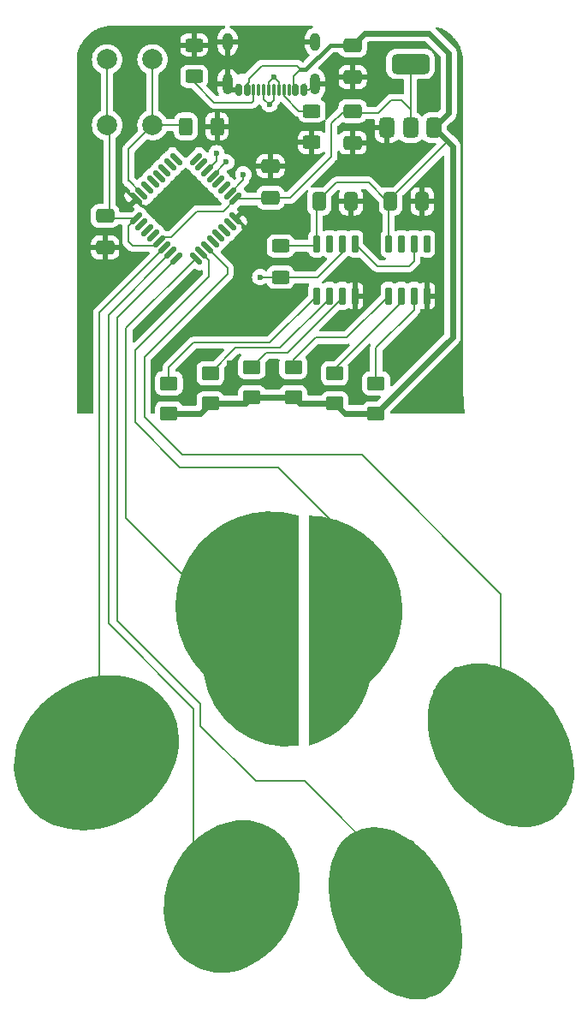
<source format=gbr>
%TF.GenerationSoftware,KiCad,Pcbnew,8.0.4+1*%
%TF.CreationDate,2024-09-15T14:39:29+02:00*%
%TF.ProjectId,meowcontrol,6d656f77-636f-46e7-9472-6f6c2e6b6963,rev?*%
%TF.SameCoordinates,Original*%
%TF.FileFunction,Copper,L1,Top*%
%TF.FilePolarity,Positive*%
%FSLAX46Y46*%
G04 Gerber Fmt 4.6, Leading zero omitted, Abs format (unit mm)*
G04 Created by KiCad (PCBNEW 8.0.4+1) date 2024-09-15 14:39:29*
%MOMM*%
%LPD*%
G01*
G04 APERTURE LIST*
G04 Aperture macros list*
%AMRoundRect*
0 Rectangle with rounded corners*
0 $1 Rounding radius*
0 $2 $3 $4 $5 $6 $7 $8 $9 X,Y pos of 4 corners*
0 Add a 4 corners polygon primitive as box body*
4,1,4,$2,$3,$4,$5,$6,$7,$8,$9,$2,$3,0*
0 Add four circle primitives for the rounded corners*
1,1,$1+$1,$2,$3*
1,1,$1+$1,$4,$5*
1,1,$1+$1,$6,$7*
1,1,$1+$1,$8,$9*
0 Add four rect primitives between the rounded corners*
20,1,$1+$1,$2,$3,$4,$5,0*
20,1,$1+$1,$4,$5,$6,$7,0*
20,1,$1+$1,$6,$7,$8,$9,0*
20,1,$1+$1,$8,$9,$2,$3,0*%
G04 Aperture macros list end*
%TA.AperFunction,Conductor*%
%ADD10C,0.200000*%
%TD*%
%TA.AperFunction,Conductor*%
%ADD11C,0.000000*%
%TD*%
%ADD12C,0.500000*%
%TA.AperFunction,SMDPad,CuDef*%
%ADD13R,1.000000X1.000000*%
%TD*%
%TA.AperFunction,SMDPad,CuDef*%
%ADD14RoundRect,0.250000X-0.400000X-0.625000X0.400000X-0.625000X0.400000X0.625000X-0.400000X0.625000X0*%
%TD*%
%TA.AperFunction,ComponentPad*%
%ADD15C,2.000000*%
%TD*%
%TA.AperFunction,SMDPad,CuDef*%
%ADD16RoundRect,0.250001X-0.624999X0.462499X-0.624999X-0.462499X0.624999X-0.462499X0.624999X0.462499X0*%
%TD*%
%TA.AperFunction,SMDPad,CuDef*%
%ADD17RoundRect,0.250000X0.650000X-0.412500X0.650000X0.412500X-0.650000X0.412500X-0.650000X-0.412500X0*%
%TD*%
%TA.AperFunction,SMDPad,CuDef*%
%ADD18RoundRect,0.375000X0.375000X-0.625000X0.375000X0.625000X-0.375000X0.625000X-0.375000X-0.625000X0*%
%TD*%
%TA.AperFunction,SMDPad,CuDef*%
%ADD19RoundRect,0.500000X1.400000X-0.500000X1.400000X0.500000X-1.400000X0.500000X-1.400000X-0.500000X0*%
%TD*%
%TA.AperFunction,SMDPad,CuDef*%
%ADD20RoundRect,0.150000X0.150000X-0.725000X0.150000X0.725000X-0.150000X0.725000X-0.150000X-0.725000X0*%
%TD*%
%TA.AperFunction,SMDPad,CuDef*%
%ADD21RoundRect,0.125000X-0.353553X-0.530330X0.530330X0.353553X0.353553X0.530330X-0.530330X-0.353553X0*%
%TD*%
%TA.AperFunction,SMDPad,CuDef*%
%ADD22RoundRect,0.125000X0.353553X-0.530330X0.530330X-0.353553X-0.353553X0.530330X-0.530330X0.353553X0*%
%TD*%
%TA.AperFunction,SMDPad,CuDef*%
%ADD23RoundRect,0.250000X0.625000X-0.400000X0.625000X0.400000X-0.625000X0.400000X-0.625000X-0.400000X0*%
%TD*%
%TA.AperFunction,SMDPad,CuDef*%
%ADD24RoundRect,0.250000X-0.625000X0.400000X-0.625000X-0.400000X0.625000X-0.400000X0.625000X0.400000X0*%
%TD*%
%TA.AperFunction,SMDPad,CuDef*%
%ADD25RoundRect,0.150000X0.150000X0.425000X-0.150000X0.425000X-0.150000X-0.425000X0.150000X-0.425000X0*%
%TD*%
%TA.AperFunction,SMDPad,CuDef*%
%ADD26RoundRect,0.075000X0.075000X0.500000X-0.075000X0.500000X-0.075000X-0.500000X0.075000X-0.500000X0*%
%TD*%
%TA.AperFunction,ComponentPad*%
%ADD27O,1.000000X2.100000*%
%TD*%
%TA.AperFunction,ComponentPad*%
%ADD28O,1.000000X1.800000*%
%TD*%
%TA.AperFunction,SMDPad,CuDef*%
%ADD29RoundRect,0.250000X-0.650000X0.412500X-0.650000X-0.412500X0.650000X-0.412500X0.650000X0.412500X0*%
%TD*%
%TA.AperFunction,SMDPad,CuDef*%
%ADD30RoundRect,0.250000X-0.412500X-0.650000X0.412500X-0.650000X0.412500X0.650000X-0.412500X0.650000X0*%
%TD*%
%TA.AperFunction,ViaPad*%
%ADD31C,0.600000*%
%TD*%
%TA.AperFunction,Conductor*%
%ADD32C,0.400000*%
%TD*%
%TA.AperFunction,Conductor*%
%ADD33C,0.600000*%
%TD*%
G04 APERTURE END LIST*
D10*
%TO.N,Net-(U1-PA0{slash}WKP{slash}ADC0{slash}USART2{slash}TIM2CH1)*%
X109600000Y-128800000D02*
X111652021Y-130791395D01*
X112700000Y-132950000D01*
X112650000Y-135700000D01*
X111400000Y-138750000D01*
X109450000Y-140800000D01*
X107000000Y-142300000D01*
X104550000Y-142950000D01*
X101300000Y-142700000D01*
X99000000Y-141450000D01*
X97300000Y-139250000D01*
X96850000Y-136400000D01*
X97250000Y-134350000D01*
X98100000Y-132500000D01*
X100859417Y-129840173D01*
X104200000Y-128150000D01*
X107100000Y-128100000D01*
X109600000Y-128800000D01*
%TA.AperFunction,Conductor*%
G36*
X109600000Y-128800000D02*
G01*
X111652021Y-130791395D01*
X112700000Y-132950000D01*
X112650000Y-135700000D01*
X111400000Y-138750000D01*
X109450000Y-140800000D01*
X107000000Y-142300000D01*
X104550000Y-142950000D01*
X101300000Y-142700000D01*
X99000000Y-141450000D01*
X97300000Y-139250000D01*
X96850000Y-136400000D01*
X97250000Y-134350000D01*
X98100000Y-132500000D01*
X100859417Y-129840173D01*
X104200000Y-128150000D01*
X107100000Y-128100000D01*
X109600000Y-128800000D01*
G37*
%TD.AperFunction*%
%TO.N,Net-(U1-PA1{slash}ADC1{slash}UASRT2RTS{slash}TIM2CH2)*%
X122750000Y-143600000D02*
X124300000Y-145800000D01*
X124700000Y-149800000D01*
X123685291Y-152600932D01*
X121300000Y-155700000D01*
X117950000Y-157050000D01*
X114730241Y-156457925D01*
X112600000Y-154550000D01*
X111800000Y-151800000D01*
X111800000Y-149500000D01*
X112200000Y-147850000D01*
X113800000Y-145100000D01*
X115550000Y-143750000D01*
X117950000Y-142500000D01*
X119900000Y-142350000D01*
X122750000Y-143600000D01*
%TA.AperFunction,Conductor*%
G36*
X122750000Y-143600000D02*
G01*
X124300000Y-145800000D01*
X124700000Y-149800000D01*
X123685291Y-152600932D01*
X121300000Y-155700000D01*
X117950000Y-157050000D01*
X114730241Y-156457925D01*
X112600000Y-154550000D01*
X111800000Y-151800000D01*
X111800000Y-149500000D01*
X112200000Y-147850000D01*
X113800000Y-145100000D01*
X115550000Y-143750000D01*
X117950000Y-142500000D01*
X119900000Y-142350000D01*
X122750000Y-143600000D01*
G37*
%TD.AperFunction*%
%TO.N,Net-(U1-PA2{slash}ADC2{slash}USART2TX{slash}TIM2CH3)*%
X136100000Y-144350000D02*
X139503142Y-148974855D01*
X140850000Y-153750000D01*
X139750000Y-158200000D01*
X137400000Y-159850000D01*
X133800000Y-159150000D01*
X131400000Y-157100000D01*
X129301546Y-153872421D01*
X128300000Y-151400000D01*
X128000000Y-147500000D01*
X128950000Y-144850000D01*
X130617125Y-143539068D01*
X132900000Y-143100000D01*
X136100000Y-144350000D01*
%TA.AperFunction,Conductor*%
G36*
X136100000Y-144350000D02*
G01*
X139503142Y-148974855D01*
X140850000Y-153750000D01*
X139750000Y-158200000D01*
X137400000Y-159850000D01*
X133800000Y-159150000D01*
X131400000Y-157100000D01*
X129301546Y-153872421D01*
X128300000Y-151400000D01*
X128000000Y-147500000D01*
X128950000Y-144850000D01*
X130617125Y-143539068D01*
X132900000Y-143100000D01*
X136100000Y-144350000D01*
G37*
%TD.AperFunction*%
%TO.N,Net-(U1-PA5{slash}ADC5{slash}SPISCK)*%
X146850000Y-128350000D02*
X149780635Y-131329991D01*
X151100000Y-133900000D01*
X151800000Y-136950000D01*
X151400000Y-139750000D01*
X149806140Y-141838271D01*
X148050000Y-142450000D01*
X145950000Y-142600000D01*
X142000000Y-140700000D01*
X139150000Y-137200000D01*
X137900000Y-133600000D01*
X138250000Y-129450000D01*
X140350000Y-127150000D01*
X143450000Y-126800000D01*
X146850000Y-128350000D01*
%TA.AperFunction,Conductor*%
G36*
X146850000Y-128350000D02*
G01*
X149780635Y-131329991D01*
X151100000Y-133900000D01*
X151800000Y-136950000D01*
X151400000Y-139750000D01*
X149806140Y-141838271D01*
X148050000Y-142450000D01*
X145950000Y-142600000D01*
X142000000Y-140700000D01*
X139150000Y-137200000D01*
X137900000Y-133600000D01*
X138250000Y-129450000D01*
X140350000Y-127150000D01*
X143450000Y-126800000D01*
X146850000Y-128350000D01*
G37*
%TD.AperFunction*%
D11*
%TA.AperFunction,Conductor*%
%TO.N,Net-(U1-PA3{slash}ADC3{slash}USART2RX{slash}TIM2CH4)*%
G36*
X115450000Y-127800000D02*
G01*
X115450000Y-127800000D01*
G75*
G02*
X124823042Y-112077103I6624290J6706270D01*
G01*
X124823042Y-134838436D01*
G75*
G02*
X115450000Y-127800000I-1199842J8162336D01*
G01*
X115450000Y-127800000D01*
G37*
%TD.AperFunction*%
D12*
X100859417Y-129840173D02*
X100181657Y-130355131D01*
X99563666Y-130913010D01*
X99006884Y-131508558D01*
X98512751Y-132136523D01*
X98082707Y-132791653D01*
X97718193Y-133468696D01*
X97420649Y-134162399D01*
X97191516Y-134867511D01*
X97032233Y-135578779D01*
X96944241Y-136290951D01*
X96928980Y-136998776D01*
X96987890Y-137697001D01*
X97122413Y-138380374D01*
X97333987Y-139043644D01*
X97624053Y-139681557D01*
X97994053Y-140288863D01*
X111652021Y-130791395D02*
X111211505Y-130233125D01*
X110714470Y-129739133D01*
X110166341Y-129309896D01*
X109572542Y-128945894D01*
X108938499Y-128647605D01*
X108269636Y-128415505D01*
X107571378Y-128250074D01*
X106849151Y-128151790D01*
X106108379Y-128121131D01*
X105354487Y-128158574D01*
X104592900Y-128264599D01*
X103829044Y-128439683D01*
X103068342Y-128684304D01*
X102316220Y-128998940D01*
X101578103Y-129384071D01*
X100859417Y-129840173D01*
X108786685Y-141240088D02*
X109464443Y-140725128D01*
X110082433Y-140167247D01*
X110639213Y-139571698D01*
X111133345Y-138943731D01*
X111563386Y-138288601D01*
X111927899Y-137611558D01*
X112225441Y-136917854D01*
X112454572Y-136212742D01*
X112613853Y-135501474D01*
X112701843Y-134789301D01*
X112717102Y-134081477D01*
X112658190Y-133383252D01*
X112523666Y-132699879D01*
X112312090Y-132036611D01*
X112022021Y-131398699D01*
X111652021Y-130791395D01*
X97994074Y-140288893D02*
X98434591Y-140847161D01*
X98931627Y-141341152D01*
X99479758Y-141770386D01*
X100073558Y-142134386D01*
X100707602Y-142432674D01*
X101376466Y-142664772D01*
X102074725Y-142830201D01*
X102796952Y-142928483D01*
X103537725Y-142959141D01*
X104291617Y-142921696D01*
X105053204Y-142815669D01*
X105817060Y-142640584D01*
X106577761Y-142395961D01*
X107329883Y-142081323D01*
X108067999Y-141696191D01*
X108786685Y-141240088D01*
X123685291Y-152600932D02*
X124015072Y-151900698D01*
X124280023Y-151191814D01*
X124481124Y-150479084D01*
X124619359Y-149767307D01*
X124695708Y-149061287D01*
X124711154Y-148365824D01*
X124666678Y-147685720D01*
X124563263Y-147025777D01*
X124401890Y-146390797D01*
X124183540Y-145785581D01*
X123909197Y-145214932D01*
X123579842Y-144683650D01*
X123196456Y-144196538D01*
X122760021Y-143758396D01*
X122271520Y-143374028D01*
X121731935Y-143048235D01*
X114730241Y-156457925D02*
X115305976Y-156714484D01*
X115900579Y-156895646D01*
X116509546Y-157003350D01*
X117128378Y-157039534D01*
X117752573Y-157006138D01*
X118377629Y-156905100D01*
X118999045Y-156738359D01*
X119612321Y-156507853D01*
X120212954Y-156215521D01*
X120796443Y-155863303D01*
X121358287Y-155453136D01*
X121893986Y-154986959D01*
X122399036Y-154466712D01*
X122868938Y-153894332D01*
X123299190Y-153271759D01*
X123685291Y-152600932D01*
X112776862Y-146905238D02*
X112447081Y-147605472D01*
X112182132Y-148314356D01*
X111981032Y-149027087D01*
X111842799Y-149738863D01*
X111766452Y-150444884D01*
X111751008Y-151140347D01*
X111795485Y-151820450D01*
X111898902Y-152480392D01*
X112060277Y-153115371D01*
X112278627Y-153720586D01*
X112552972Y-154291235D01*
X112882329Y-154822515D01*
X113265716Y-155309626D01*
X113702152Y-155747766D01*
X114190654Y-156132133D01*
X114730241Y-156457925D01*
X121731906Y-143048220D02*
X121156169Y-142791662D01*
X120561566Y-142610502D01*
X119952598Y-142502800D01*
X119333766Y-142466617D01*
X118709571Y-142500015D01*
X118084515Y-142601055D01*
X117463099Y-142767798D01*
X116849824Y-142998305D01*
X116249191Y-143290639D01*
X115665702Y-143642859D01*
X115103859Y-144053028D01*
X114568161Y-144519206D01*
X114063112Y-145039454D01*
X113593211Y-145611835D01*
X113162961Y-146234409D01*
X112776862Y-146905238D01*
X139503142Y-148974855D02*
X139089790Y-148181348D01*
X138636658Y-147435593D01*
X138148212Y-146740323D01*
X137628918Y-146098268D01*
X137083244Y-145512163D01*
X136515655Y-144984739D01*
X135930618Y-144518728D01*
X135332600Y-144116863D01*
X134726067Y-143781876D01*
X134115487Y-143516499D01*
X133505325Y-143323465D01*
X132900048Y-143205507D01*
X132304123Y-143165355D01*
X131722016Y-143205743D01*
X131158195Y-143329403D01*
X130617125Y-143539068D01*
X138187566Y-159308181D02*
X138689549Y-159017100D01*
X139138651Y-158654480D01*
X139534209Y-158225515D01*
X139875563Y-157735398D01*
X140162051Y-157189325D01*
X140393012Y-156592488D01*
X140567784Y-155950082D01*
X140685706Y-155267302D01*
X140746118Y-154549341D01*
X140748357Y-153801393D01*
X140691762Y-153028652D01*
X140575673Y-152236314D01*
X140399427Y-151429570D01*
X140162365Y-150613616D01*
X139863823Y-149793647D01*
X139503142Y-148974855D01*
X129301546Y-153872421D02*
X129714898Y-154665926D01*
X130168031Y-155411680D01*
X130656478Y-156106950D01*
X131175773Y-156749003D01*
X131721448Y-157335107D01*
X132289038Y-157862529D01*
X132874075Y-158328539D01*
X133472094Y-158730402D01*
X134078626Y-159065387D01*
X134689207Y-159330762D01*
X135299369Y-159523793D01*
X135904645Y-159641750D01*
X136500570Y-159681900D01*
X137082676Y-159641509D01*
X137646496Y-159517847D01*
X138187566Y-159308181D01*
X130617098Y-143539081D02*
X130115115Y-143830163D01*
X129666014Y-144192785D01*
X129270457Y-144621752D01*
X128929105Y-145111871D01*
X128642619Y-145657946D01*
X128411660Y-146254784D01*
X128236889Y-146897191D01*
X128118968Y-147579972D01*
X128058558Y-148297934D01*
X128056321Y-149045883D01*
X128112917Y-149818623D01*
X128229008Y-150610963D01*
X128405255Y-151417706D01*
X128642319Y-152233660D01*
X128940862Y-153053629D01*
X129301546Y-153872421D01*
X139927799Y-138254504D02*
X140459539Y-138957043D01*
X141025872Y-139604182D01*
X141621833Y-140194119D01*
X142242455Y-140725052D01*
X142882774Y-141195180D01*
X143537823Y-141602702D01*
X144202638Y-141945817D01*
X144872254Y-142222722D01*
X145541704Y-142431617D01*
X146206024Y-142570700D01*
X146860248Y-142638170D01*
X147499410Y-142632225D01*
X148118546Y-142551064D01*
X148712690Y-142392885D01*
X149276876Y-142155888D01*
X149806140Y-141838271D01*
X149780635Y-131329991D02*
X149248895Y-130627450D01*
X148682563Y-129980310D01*
X148086603Y-129390372D01*
X147465982Y-128859437D01*
X146825664Y-128389307D01*
X146170615Y-127981784D01*
X145505800Y-127638668D01*
X144836184Y-127361760D01*
X144166734Y-127152864D01*
X143502414Y-127013779D01*
X142848190Y-126946307D01*
X142209027Y-126952250D01*
X141589890Y-127033409D01*
X140995745Y-127191586D01*
X140431558Y-127428581D01*
X139902294Y-127746197D01*
X149806140Y-141838271D02*
X150284270Y-141447897D01*
X150698378Y-140997355D01*
X151048475Y-140491927D01*
X151334575Y-139936894D01*
X151556690Y-139337538D01*
X151714834Y-138699141D01*
X151809018Y-138026986D01*
X151839256Y-137326355D01*
X151805561Y-136602529D01*
X151707945Y-135860790D01*
X151546421Y-135106421D01*
X151321002Y-134344704D01*
X151031702Y-133580920D01*
X150678532Y-132820352D01*
X150261505Y-132068281D01*
X149780635Y-131329991D01*
X139902268Y-127746215D02*
X139424138Y-128136589D01*
X139010032Y-128587133D01*
X138659936Y-129092563D01*
X138373837Y-129647598D01*
X138151724Y-130246955D01*
X137993582Y-130885352D01*
X137899400Y-131557508D01*
X137869164Y-132258140D01*
X137902861Y-132981967D01*
X138000478Y-133723706D01*
X138162004Y-134478075D01*
X138387424Y-135239792D01*
X138676727Y-136003576D01*
X139029899Y-136764144D01*
X139446927Y-137516213D01*
X139927799Y-138254504D01*
D11*
%TA.AperFunction,Conductor*%
%TO.N,Net-(U1-PA4{slash}ADC4{slash}USARTCK{slash}SP1NSS)*%
G36*
X125823042Y-112077103D02*
G01*
X125823042Y-112077103D01*
G75*
G02*
X131871574Y-128527436I-102672J-9374897D01*
G01*
X131871574Y-128527436D01*
G75*
G02*
X125823042Y-134838436I-8248374J1851336D01*
G01*
X125823042Y-112077103D01*
G37*
%TD.AperFunction*%
%TD*%
D13*
%TO.P,TP6,1,1*%
%TO.N,Net-(U1-PA5{slash}ADC5{slash}SPISCK)*%
X145030000Y-133830000D03*
%TD*%
%TO.P,TP5,1,1*%
%TO.N,Net-(U1-PA4{slash}ADC4{slash}USARTCK{slash}SP1NSS)*%
X131100000Y-122820000D03*
%TD*%
%TO.P,TP4,1,1*%
%TO.N,Net-(U1-PA3{slash}ADC3{slash}USART2RX{slash}TIM2CH4)*%
X118970000Y-121920000D03*
%TD*%
%TO.P,TP3,1,1*%
%TO.N,Net-(U1-PA2{slash}ADC2{slash}USART2TX{slash}TIM2CH3)*%
X133500000Y-150850000D03*
%TD*%
%TO.P,TP2,1,1*%
%TO.N,Net-(U1-PA1{slash}ADC1{slash}UASRT2RTS{slash}TIM2CH2)*%
X118580000Y-149810000D03*
%TD*%
%TO.P,TP1,1,1*%
%TO.N,Net-(U1-PA0{slash}WKP{slash}ADC0{slash}USART2{slash}TIM2CH1)*%
X105710000Y-135630000D03*
%TD*%
D14*
%TO.P,R4,1*%
%TO.N,boot*%
X113670000Y-73600000D03*
%TO.P,R4,2*%
%TO.N,GND*%
X116770000Y-73600000D03*
%TD*%
D15*
%TO.P,SW1,1,1*%
%TO.N,boot*%
X110380000Y-66980000D03*
X110380000Y-73480000D03*
%TO.P,SW1,2,2*%
%TO.N,+3.3V*%
X105880000Y-66980000D03*
X105880000Y-73480000D03*
%TD*%
D16*
%TO.P,D6,2,A*%
%TO.N,VBUS*%
X132500000Y-101987500D03*
%TO.P,D6,1,K*%
%TO.N,Net-(D6-K)*%
X132500000Y-99012500D03*
%TD*%
%TO.P,D5,1,K*%
%TO.N,Net-(D5-K)*%
X128400000Y-98012500D03*
%TO.P,D5,2,A*%
%TO.N,VBUS*%
X128400000Y-100987500D03*
%TD*%
%TO.P,D4,1,K*%
%TO.N,Net-(D4-K)*%
X124300000Y-97410000D03*
%TO.P,D4,2,A*%
%TO.N,VBUS*%
X124300000Y-100385000D03*
%TD*%
%TO.P,D3,1,K*%
%TO.N,Net-(D3-K)*%
X120200000Y-97410000D03*
%TO.P,D3,2,A*%
%TO.N,VBUS*%
X120200000Y-100385000D03*
%TD*%
%TO.P,D2,1,K*%
%TO.N,Net-(D2-K)*%
X116100000Y-98012500D03*
%TO.P,D2,2,A*%
%TO.N,VBUS*%
X116100000Y-100987500D03*
%TD*%
%TO.P,D1,1,K*%
%TO.N,Net-(D1-K)*%
X112000000Y-99012500D03*
%TO.P,D1,2,A*%
%TO.N,VBUS*%
X112000000Y-101987500D03*
%TD*%
D17*
%TO.P,C6,1*%
%TO.N,+3.3V*%
X122050000Y-80652500D03*
%TO.P,C6,2*%
%TO.N,GND*%
X122050000Y-77527500D03*
%TD*%
D18*
%TO.P,U4,1,GND*%
%TO.N,GND*%
X133597500Y-73720000D03*
%TO.P,U4,2,VO*%
%TO.N,+3.3V*%
X135897500Y-73720000D03*
D19*
X135897500Y-67420000D03*
D18*
%TO.P,U4,3,VI*%
%TO.N,VBUS*%
X138197500Y-73720000D03*
%TD*%
D20*
%TO.P,U3,1,OUTR*%
%TO.N,Net-(D4-K)*%
X133730000Y-90360000D03*
%TO.P,U3,2,OUTG*%
%TO.N,Net-(D5-K)*%
X135000000Y-90360000D03*
%TO.P,U3,3,OUTB*%
%TO.N,Net-(D6-K)*%
X136270000Y-90360000D03*
%TO.P,U3,4,GND*%
%TO.N,GND*%
X137540000Y-90360000D03*
%TO.P,U3,5,DO*%
%TO.N,unconnected-(U3-DO-Pad5)*%
X137540000Y-85210000D03*
%TO.P,U3,6,DIN*%
%TO.N,Net-(U2-DO)*%
X136270000Y-85210000D03*
%TO.P,U3,7,SET*%
%TO.N,unconnected-(U3-SET-Pad7)*%
X135000000Y-85210000D03*
%TO.P,U3,8,VDD*%
%TO.N,VBUS*%
X133730000Y-85210000D03*
%TD*%
%TO.P,U2,1,OUTR*%
%TO.N,Net-(D1-K)*%
X126605000Y-90360000D03*
%TO.P,U2,2,OUTG*%
%TO.N,Net-(D2-K)*%
X127875000Y-90360000D03*
%TO.P,U2,3,OUTB*%
%TO.N,Net-(D3-K)*%
X129145000Y-90360000D03*
%TO.P,U2,4,GND*%
%TO.N,GND*%
X130415000Y-90360000D03*
%TO.P,U2,5,DO*%
%TO.N,Net-(U2-DO)*%
X130415000Y-85210000D03*
%TO.P,U2,6,DIN*%
%TO.N,neo*%
X129145000Y-85210000D03*
%TO.P,U2,7,SET*%
%TO.N,unconnected-(U2-SET-Pad7)*%
X127875000Y-85210000D03*
%TO.P,U2,8,VDD*%
%TO.N,VBUS*%
X126605000Y-85210000D03*
%TD*%
D21*
%TO.P,U1,1,VDD*%
%TO.N,+3.3V*%
X108737930Y-82722272D03*
%TO.P,U1,2,PD0/OSC_IN*%
%TO.N,unconnected-(U1-PD0{slash}OSC_IN-Pad2)*%
X109303616Y-83287957D03*
%TO.P,U1,3,PD1/OSC_OUT*%
%TO.N,unconnected-(U1-PD1{slash}OSC_OUT-Pad3)*%
X109869301Y-83853643D03*
%TO.P,U1,4,NRST*%
%TO.N,unconnected-(U1-NRST-Pad4)*%
X110434986Y-84419328D03*
%TO.P,U1,5,VDDA*%
%TO.N,+3.3V*%
X111000672Y-84985014D03*
%TO.P,U1,6,PA0/WKP/ADC0/USART2/TIM2CH1*%
%TO.N,Net-(U1-PA0{slash}WKP{slash}ADC0{slash}USART2{slash}TIM2CH1)*%
X111566357Y-85550699D03*
%TO.P,U1,7,PA1/ADC1/UASRT2RTS/TIM2CH2*%
%TO.N,Net-(U1-PA1{slash}ADC1{slash}UASRT2RTS{slash}TIM2CH2)*%
X112132043Y-86116384D03*
%TO.P,U1,8,PA2/ADC2/USART2TX/TIM2CH3*%
%TO.N,Net-(U1-PA2{slash}ADC2{slash}USART2TX{slash}TIM2CH3)*%
X112697728Y-86682070D03*
D22*
%TO.P,U1,9,PA3/ADC3/USART2RX/TIM2CH4*%
%TO.N,Net-(U1-PA3{slash}ADC3{slash}USART2RX{slash}TIM2CH4)*%
X114642272Y-86682070D03*
%TO.P,U1,10,PA4/ADC4/USARTCK/SP1NSS*%
%TO.N,Net-(U1-PA4{slash}ADC4{slash}USARTCK{slash}SP1NSS)*%
X115207957Y-86116384D03*
%TO.P,U1,11,PA5/ADC5/SPISCK*%
%TO.N,Net-(U1-PA5{slash}ADC5{slash}SPISCK)*%
X115773643Y-85550699D03*
%TO.P,U1,12,PA6/ADC6/SPIMISO*%
%TO.N,unconnected-(U1-PA6{slash}ADC6{slash}SPIMISO-Pad12)*%
X116339328Y-84985014D03*
%TO.P,U1,13,PA7/ADC7/SPIMOSI*%
%TO.N,unconnected-(U1-PA7{slash}ADC7{slash}SPIMOSI-Pad13)*%
X116905014Y-84419328D03*
%TO.P,U1,14,PB0/ADC8/TIM3CH3/USART4TX*%
%TO.N,unconnected-(U1-PB0{slash}ADC8{slash}TIM3CH3{slash}USART4TX-Pad14)*%
X117470699Y-83853643D03*
%TO.P,U1,15,PB1/ADC9/TIM3CH4/USART4RX*%
%TO.N,unconnected-(U1-PB1{slash}ADC9{slash}TIM3CH4{slash}USART4RX-Pad15)*%
X118036384Y-83287957D03*
%TO.P,U1,16,VSS*%
%TO.N,GND*%
X118602070Y-82722272D03*
D21*
%TO.P,U1,17,VDD*%
%TO.N,+3.3V*%
X118602070Y-80777728D03*
%TO.P,U1,18,PA8/TIM1CH1/USART1CK/*%
%TO.N,neo*%
X118036384Y-80212043D03*
%TO.P,U1,19,PA9/TIM1CH2/USART1TX*%
%TO.N,unconnected-(U1-PA9{slash}TIM1CH2{slash}USART1TX-Pad19)*%
X117470699Y-79646357D03*
%TO.P,U1,20,PA10/TIM1CH3/USART1RX*%
%TO.N,unconnected-(U1-PA10{slash}TIM1CH3{slash}USART1RX-Pad20)*%
X116905014Y-79080672D03*
%TO.P,U1,21,PA11/USB1DM*%
%TO.N,usb-*%
X116339328Y-78514986D03*
%TO.P,U1,22,PA12/USB1DP*%
%TO.N,usb+*%
X115773643Y-77949301D03*
%TO.P,U1,23,PA13/SWDIO*%
%TO.N,unconnected-(U1-PA13{slash}SWDIO-Pad23)*%
X115207957Y-77383616D03*
%TO.P,U1,24,PA14/SWCLK*%
%TO.N,unconnected-(U1-PA14{slash}SWCLK-Pad24)*%
X114642272Y-76817930D03*
D22*
%TO.P,U1,25,PA15*%
%TO.N,unconnected-(U1-PA15-Pad25)*%
X112697728Y-76817930D03*
%TO.P,U1,26,PB3/USART4CTS*%
%TO.N,unconnected-(U1-PB3{slash}USART4CTS-Pad26)*%
X112132043Y-77383616D03*
%TO.P,U1,27,PB4/USART4RTS*%
%TO.N,unconnected-(U1-PB4{slash}USART4RTS-Pad27)*%
X111566357Y-77949301D03*
%TO.P,U1,28,PB5/I2C1SMBA*%
%TO.N,unconnected-(U1-PB5{slash}I2C1SMBA-Pad28)*%
X111000672Y-78514986D03*
%TO.P,U1,29,PB6/I2C1SCL*%
%TO.N,unconnected-(U1-PB6{slash}I2C1SCL-Pad29)*%
X110434986Y-79080672D03*
%TO.P,U1,30,PB7/I2C1SDA*%
%TO.N,unconnected-(U1-PB7{slash}I2C1SDA-Pad30)*%
X109869301Y-79646357D03*
%TO.P,U1,31,PB8/BOOT*%
%TO.N,boot*%
X109303616Y-80212043D03*
%TO.P,U1,32,vss*%
%TO.N,GND*%
X108737930Y-80777728D03*
%TD*%
D23*
%TO.P,R3,2*%
%TO.N,Net-(J1-CC1)*%
X126130000Y-72070000D03*
%TO.P,R3,1*%
%TO.N,GND*%
X126130000Y-75170000D03*
%TD*%
D24*
%TO.P,R2,2*%
%TO.N,Net-(J1-CC2)*%
X114500000Y-68660000D03*
%TO.P,R2,1*%
%TO.N,GND*%
X114500000Y-65560000D03*
%TD*%
%TO.P,R1,1*%
%TO.N,VBUS*%
X123060000Y-85420000D03*
%TO.P,R1,2*%
%TO.N,neo*%
X123060000Y-88520000D03*
%TD*%
D25*
%TO.P,J1,A1,GND*%
%TO.N,GND*%
X125330000Y-69990000D03*
%TO.P,J1,A4,VBUS*%
%TO.N,VBUS*%
X124530000Y-69990000D03*
D26*
%TO.P,J1,A5,CC1*%
%TO.N,Net-(J1-CC1)*%
X123380000Y-69990000D03*
%TO.P,J1,A6,D+*%
%TO.N,usb+*%
X122380000Y-69990000D03*
%TO.P,J1,A7,D-*%
%TO.N,usb-*%
X121880000Y-69990000D03*
%TO.P,J1,A8*%
%TO.N,N/C*%
X120880000Y-69990000D03*
D25*
%TO.P,J1,A9,VBUS*%
%TO.N,VBUS*%
X119730000Y-69990000D03*
%TO.P,J1,A12,GND*%
%TO.N,GND*%
X118930000Y-69990000D03*
%TO.P,J1,B1,GND*%
X118930000Y-69990000D03*
%TO.P,J1,B4,VBUS*%
%TO.N,VBUS*%
X119730000Y-69990000D03*
D26*
%TO.P,J1,B5,CC2*%
%TO.N,Net-(J1-CC2)*%
X120380000Y-69990000D03*
%TO.P,J1,B6,D+*%
%TO.N,usb+*%
X121380000Y-69990000D03*
%TO.P,J1,B7,D-*%
%TO.N,usb-*%
X122880000Y-69990000D03*
%TO.P,J1,B8*%
%TO.N,N/C*%
X123880000Y-69990000D03*
D25*
%TO.P,J1,B9,VBUS*%
%TO.N,VBUS*%
X124530000Y-69990000D03*
%TO.P,J1,B12,GND*%
%TO.N,GND*%
X125330000Y-69990000D03*
D27*
%TO.P,J1,S1,SHIELD*%
X126450000Y-69415000D03*
D28*
X126450000Y-65235000D03*
D27*
X117810000Y-69415000D03*
D28*
X117810000Y-65235000D03*
%TD*%
D29*
%TO.P,C5,1*%
%TO.N,+3.3V*%
X105700000Y-82447500D03*
%TO.P,C5,2*%
%TO.N,GND*%
X105700000Y-85572500D03*
%TD*%
D30*
%TO.P,C4,1*%
%TO.N,VBUS*%
X126882500Y-81000000D03*
%TO.P,C4,2*%
%TO.N,GND*%
X130007500Y-81000000D03*
%TD*%
%TO.P,C3,1*%
%TO.N,VBUS*%
X133937500Y-81000000D03*
%TO.P,C3,2*%
%TO.N,GND*%
X137062500Y-81000000D03*
%TD*%
D29*
%TO.P,C2,1*%
%TO.N,+3.3V*%
X130170000Y-72087500D03*
%TO.P,C2,2*%
%TO.N,GND*%
X130170000Y-75212500D03*
%TD*%
%TO.P,C1,1*%
%TO.N,VBUS*%
X130180000Y-65587500D03*
%TO.P,C1,2*%
%TO.N,GND*%
X130180000Y-68712500D03*
%TD*%
D31*
%TO.N,GND*%
X120840000Y-83890000D03*
X118130000Y-85980000D03*
X111980000Y-95620000D03*
X118000000Y-97000000D03*
X115000000Y-96000000D03*
X135500000Y-96500000D03*
X139000000Y-100500000D03*
X104000000Y-101500000D03*
X137860000Y-93570000D03*
X127500000Y-96000000D03*
X129500000Y-93000000D03*
X133510000Y-78720000D03*
X138660000Y-77980000D03*
X138660000Y-83410000D03*
X123850000Y-83230000D03*
X132010000Y-83100000D03*
X118290000Y-91640000D03*
X113070000Y-89510000D03*
X108050000Y-86710000D03*
X105280000Y-76160000D03*
X118950000Y-72520000D03*
X128640000Y-70600000D03*
X133920000Y-69630000D03*
X132180000Y-76260000D03*
X137110000Y-76160000D03*
%TO.N,neo*%
X121020000Y-88500000D03*
X119360000Y-78330000D03*
%TO.N,usb+*%
X116710000Y-76240000D03*
%TO.N,usb-*%
X117670000Y-77140000D03*
X122350000Y-68700000D03*
%TO.N,usb+*%
X121960000Y-71400000D03*
%TD*%
D10*
%TO.N,Net-(U1-PA5{slash}ADC5{slash}SPISCK)*%
X144850000Y-134700000D02*
X144850000Y-119850000D01*
X113340000Y-106090000D02*
X109600000Y-102350000D01*
X144850000Y-119850000D02*
X131090000Y-106090000D01*
X109600000Y-102350000D02*
X109600000Y-96410000D01*
X109600000Y-96410000D02*
X117790000Y-88220000D01*
X131090000Y-106090000D02*
X113340000Y-106090000D01*
X117790000Y-88220000D02*
X117790000Y-87567056D01*
X117790000Y-87567056D02*
X115773643Y-85550699D01*
%TO.N,Net-(U1-PA2{slash}ADC2{slash}USART2TX{slash}TIM2CH3)*%
X112697728Y-86682070D02*
X106900000Y-92479798D01*
X106900000Y-92479798D02*
X106900000Y-122490000D01*
X106900000Y-122490000D02*
X115130000Y-130720000D01*
X115130000Y-130720000D02*
X115130000Y-132870000D01*
X125420000Y-138350000D02*
X134425000Y-147355000D01*
X115130000Y-132870000D02*
X120610000Y-138350000D01*
X120610000Y-138350000D02*
X125420000Y-138350000D01*
X134425000Y-147355000D02*
X134425000Y-151475000D01*
%TO.N,+3.3V*%
X108737930Y-82722272D02*
X105477728Y-82722272D01*
X106120000Y-82080000D02*
X106120000Y-73720000D01*
X105477728Y-82722272D02*
X106120000Y-82080000D01*
X106120000Y-73720000D02*
X105880000Y-73480000D01*
%TO.N,VBUS*%
X125025000Y-67975000D02*
X124995000Y-67975000D01*
D32*
X125025000Y-67975000D02*
X125555000Y-67975000D01*
X125555000Y-67975000D02*
X127942500Y-65587500D01*
X127942500Y-65587500D02*
X130180000Y-65587500D01*
D10*
X119730000Y-69990000D02*
X119730000Y-69379594D01*
X119730000Y-69379594D02*
X119915000Y-69194594D01*
X124995000Y-67925000D02*
X124995000Y-67975000D01*
X119915000Y-69194594D02*
X119915000Y-68865000D01*
X119915000Y-68865000D02*
X121190000Y-67590000D01*
X124660000Y-67590000D02*
X124995000Y-67925000D01*
X121190000Y-67590000D02*
X124660000Y-67590000D01*
X124530000Y-69990000D02*
X124330000Y-69790000D01*
X124330000Y-69790000D02*
X124330000Y-68640000D01*
X124330000Y-68640000D02*
X124995000Y-67975000D01*
D33*
X116100000Y-100987500D02*
X115087500Y-102000000D01*
X115087500Y-102000000D02*
X112012500Y-102000000D01*
X112012500Y-102000000D02*
X112000000Y-101987500D01*
X120200000Y-100385000D02*
X119585000Y-101000000D01*
X119585000Y-101000000D02*
X116112500Y-101000000D01*
X116112500Y-101000000D02*
X116100000Y-100987500D01*
X124300000Y-100385000D02*
X120200000Y-100385000D01*
X128400000Y-100987500D02*
X124902500Y-100987500D01*
X124902500Y-100987500D02*
X124300000Y-100385000D01*
X132500000Y-101987500D02*
X129400000Y-101987500D01*
X129400000Y-101987500D02*
X128400000Y-100987500D01*
X139578750Y-75101250D02*
X140040000Y-75562500D01*
X140040000Y-75562500D02*
X140040000Y-94447500D01*
X140040000Y-94447500D02*
X132500000Y-101987500D01*
D10*
%TO.N,Net-(D6-K)*%
X132500000Y-99012500D02*
X132500000Y-95500000D01*
X132500000Y-95500000D02*
X136270000Y-91730000D01*
X136270000Y-91730000D02*
X136270000Y-90360000D01*
%TO.N,Net-(D1-K)*%
X112000000Y-99012500D02*
X112000000Y-97410000D01*
X112000000Y-97410000D02*
X114410000Y-95000000D01*
X114410000Y-95000000D02*
X121965000Y-95000000D01*
X121965000Y-95000000D02*
X126605000Y-90360000D01*
%TO.N,Net-(D2-K)*%
X116100000Y-98012500D02*
X118612500Y-95500000D01*
X118612500Y-95500000D02*
X123000000Y-95500000D01*
X123000000Y-95500000D02*
X127875000Y-90625000D01*
X127875000Y-90625000D02*
X127875000Y-90360000D01*
%TO.N,Net-(D5-K)*%
X128400000Y-98012500D02*
X128400000Y-97600000D01*
X128400000Y-97600000D02*
X135000000Y-91000000D01*
X135000000Y-91000000D02*
X135000000Y-90360000D01*
D33*
%TO.N,VBUS*%
X138197500Y-73720000D02*
X139680000Y-72237500D01*
X139680000Y-72237500D02*
X139680000Y-66340000D01*
X139680000Y-66340000D02*
X137720000Y-64380000D01*
X137720000Y-64380000D02*
X131387500Y-64380000D01*
X131387500Y-64380000D02*
X130180000Y-65587500D01*
D10*
X126882500Y-81000000D02*
X126882500Y-80857500D01*
X126882500Y-80857500D02*
X128570000Y-79170000D01*
X128570000Y-79170000D02*
X131747500Y-79170000D01*
X131747500Y-79170000D02*
X133577500Y-81000000D01*
X133577500Y-81000000D02*
X133937500Y-81000000D01*
X133937500Y-81000000D02*
X133937500Y-80742500D01*
X133937500Y-80742500D02*
X139578750Y-75101250D01*
X133730000Y-85210000D02*
X133730000Y-81207500D01*
X133730000Y-81207500D02*
X133937500Y-81000000D01*
X126605000Y-85210000D02*
X126605000Y-81277500D01*
X126605000Y-81277500D02*
X126882500Y-81000000D01*
%TO.N,Net-(J1-CC2)*%
X114500000Y-68660000D02*
X114500000Y-69270000D01*
X114500000Y-69270000D02*
X116450000Y-71220000D01*
X116450000Y-71220000D02*
X120210000Y-71220000D01*
X120210000Y-71220000D02*
X120380000Y-71050000D01*
X120380000Y-71050000D02*
X120380000Y-69990000D01*
%TO.N,Net-(D4-K)*%
X124300000Y-97410000D02*
X124300000Y-96700000D01*
X124300000Y-96700000D02*
X126500000Y-94500000D01*
X126500000Y-94500000D02*
X129590000Y-94500000D01*
X129590000Y-94500000D02*
X133730000Y-90360000D01*
%TO.N,Net-(D3-K)*%
X120200000Y-97410000D02*
X121610000Y-96000000D01*
X121610000Y-96000000D02*
X123750552Y-96000000D01*
X123750552Y-96000000D02*
X129145000Y-90605552D01*
X129145000Y-90605552D02*
X129145000Y-90360000D01*
%TO.N,boot*%
X110380000Y-66980000D02*
X110380000Y-73480000D01*
%TO.N,+3.3V*%
X105880000Y-73480000D02*
X105880000Y-66980000D01*
%TO.N,boot*%
X108010000Y-75850000D02*
X108010000Y-78980000D01*
X110380000Y-73480000D02*
X108010000Y-75850000D01*
X108010000Y-78980000D02*
X108071573Y-78980000D01*
X108071573Y-78980000D02*
X109303616Y-80212043D01*
X110380000Y-73480000D02*
X113550000Y-73480000D01*
X113550000Y-73480000D02*
X113670000Y-73600000D01*
%TO.N,Net-(J1-CC1)*%
X126130000Y-72070000D02*
X124852590Y-72070000D01*
X124852590Y-72070000D02*
X123380000Y-70597410D01*
X123380000Y-70597410D02*
X123380000Y-69990000D01*
%TO.N,+3.3V*%
X122050000Y-80652500D02*
X123987500Y-80652500D01*
X123987500Y-80652500D02*
X128070000Y-76570000D01*
X128070000Y-76570000D02*
X128070000Y-73330000D01*
X129152500Y-72247500D02*
X130170000Y-72247500D01*
X128070000Y-73330000D02*
X129152500Y-72247500D01*
X135897500Y-73720000D02*
X135897500Y-71897500D01*
X135897500Y-71897500D02*
X135000000Y-71000000D01*
X135000000Y-71000000D02*
X134000000Y-71000000D01*
X132752500Y-72247500D02*
X130170000Y-72247500D01*
X134000000Y-71000000D02*
X132752500Y-72247500D01*
D33*
%TO.N,VBUS*%
X139578750Y-75101250D02*
X138197500Y-73720000D01*
D10*
%TO.N,Net-(U2-DO)*%
X132605000Y-87400000D02*
X135760000Y-87400000D01*
X130415000Y-85210000D02*
X132605000Y-87400000D01*
X135760000Y-87400000D02*
X136270000Y-86890000D01*
X136270000Y-86890000D02*
X136270000Y-85210000D01*
%TO.N,VBUS*%
X123060000Y-85420000D02*
X126395000Y-85420000D01*
X126395000Y-85420000D02*
X126605000Y-85210000D01*
%TO.N,neo*%
X123060000Y-88520000D02*
X126709999Y-88520000D01*
X126709999Y-88520000D02*
X129145000Y-86084999D01*
X129145000Y-86084999D02*
X129145000Y-85210000D01*
X121020000Y-88500000D02*
X121040000Y-88520000D01*
X121040000Y-88520000D02*
X123060000Y-88520000D01*
X119360000Y-78330000D02*
X119360000Y-78400000D01*
X119360000Y-78888427D02*
X119360000Y-78330000D01*
X118036384Y-80212043D02*
X119360000Y-78888427D01*
%TO.N,+3.3V*%
X111000672Y-84985014D02*
X111392766Y-84592920D01*
X117369798Y-82010000D02*
X118602070Y-80777728D01*
X111392766Y-84592920D02*
X112207080Y-84592920D01*
X112207080Y-84592920D02*
X114790000Y-82010000D01*
X114790000Y-82010000D02*
X117369798Y-82010000D01*
X108377107Y-85377107D02*
X108000000Y-85000000D01*
X110608579Y-85377107D02*
X108377107Y-85377107D01*
X111000672Y-84985014D02*
X110608579Y-85377107D01*
X108000000Y-83460202D02*
X108737930Y-82722272D01*
X108000000Y-85000000D02*
X108000000Y-83460202D01*
X118602070Y-80777728D02*
X121924772Y-80777728D01*
X121924772Y-80777728D02*
X122050000Y-80652500D01*
X135897500Y-67420000D02*
X135897500Y-73720000D01*
%TO.N,usb-*%
X116339328Y-78514986D02*
X116339328Y-78470672D01*
X116339328Y-78470672D02*
X117670000Y-77140000D01*
%TO.N,usb+*%
X115773643Y-77949301D02*
X116710000Y-77012944D01*
X116710000Y-77012944D02*
X116710000Y-76240000D01*
%TO.N,usb-*%
X122370000Y-68700000D02*
X122360000Y-68710000D01*
X122350000Y-68700000D02*
X122370000Y-68700000D01*
X122350000Y-68720000D02*
X122350000Y-68700000D01*
%TO.N,usb+*%
X121990000Y-71400000D02*
X122380000Y-71010000D01*
X121960000Y-71400000D02*
X121990000Y-71400000D01*
X121960000Y-71430000D02*
X121960000Y-71400000D01*
X121380000Y-69990000D02*
X121380000Y-70900000D01*
X121380000Y-70900000D02*
X121935000Y-71455000D01*
X121935000Y-71455000D02*
X121960000Y-71430000D01*
X122380000Y-71010000D02*
X122380000Y-69990000D01*
%TO.N,usb-*%
X121880000Y-69190000D02*
X122350000Y-68720000D01*
X121880000Y-69990000D02*
X121880000Y-69190000D01*
X122360000Y-68710000D02*
X122880000Y-69230000D01*
X122880000Y-69230000D02*
X122880000Y-69990000D01*
%TO.N,GND*%
X125330000Y-69990000D02*
X125875000Y-69990000D01*
X125875000Y-69990000D02*
X126450000Y-69415000D01*
%TO.N,Net-(U1-PA4{slash}ADC4{slash}USARTCK{slash}SP1NSS)*%
X130459141Y-123457769D02*
X130459141Y-114949141D01*
X130459141Y-114949141D02*
X122840000Y-107330000D01*
X122840000Y-107330000D02*
X113090000Y-107330000D01*
X113090000Y-107330000D02*
X108630000Y-102870000D01*
X108630000Y-102870000D02*
X108630000Y-95770000D01*
X115970000Y-88430000D02*
X115970000Y-86878427D01*
X115970000Y-86878427D02*
X115207957Y-86116384D01*
X108630000Y-95770000D02*
X115970000Y-88430000D01*
%TO.N,Net-(U1-PA3{slash}ADC3{slash}USART2RX{slash}TIM2CH4)*%
X114642272Y-86682070D02*
X107780000Y-93544342D01*
X107780000Y-93544342D02*
X107780000Y-112340351D01*
X107780000Y-112340351D02*
X118735080Y-123295431D01*
%TO.N,Net-(U1-PA1{slash}ADC1{slash}UASRT2RTS{slash}TIM2CH2)*%
X118250000Y-149700000D02*
X114420000Y-145870000D01*
X114420000Y-145870000D02*
X114420000Y-131170000D01*
X114420000Y-131170000D02*
X106010000Y-122760000D01*
X106010000Y-122760000D02*
X106010000Y-92238427D01*
X106010000Y-92238427D02*
X112132043Y-86116384D01*
%TO.N,Net-(U1-PA0{slash}WKP{slash}ADC0{slash}USART2{slash}TIM2CH1)*%
X111566357Y-85550699D02*
X105120000Y-91997056D01*
X105120000Y-91997056D02*
X105120000Y-135180000D01*
X105120000Y-135180000D02*
X104775000Y-135525000D01*
%TD*%
%TA.AperFunction,Conductor*%
%TO.N,GND*%
G36*
X117555541Y-63648614D02*
G01*
X117601296Y-63701418D01*
X117611240Y-63770576D01*
X117582215Y-63834132D01*
X117524090Y-63871486D01*
X117524143Y-63871660D01*
X117523530Y-63871845D01*
X117523437Y-63871906D01*
X117522885Y-63872041D01*
X117518306Y-63873430D01*
X117336328Y-63948807D01*
X117336315Y-63948814D01*
X117172537Y-64058248D01*
X117172533Y-64058251D01*
X117033251Y-64197533D01*
X117033248Y-64197537D01*
X116923814Y-64361315D01*
X116923807Y-64361328D01*
X116848430Y-64543306D01*
X116848427Y-64543318D01*
X116810000Y-64736504D01*
X116810000Y-64985000D01*
X117510000Y-64985000D01*
X117510000Y-65485000D01*
X116810000Y-65485000D01*
X116810000Y-65733495D01*
X116848427Y-65926681D01*
X116848430Y-65926693D01*
X116923807Y-66108671D01*
X116923814Y-66108684D01*
X117033248Y-66272462D01*
X117033251Y-66272466D01*
X117172533Y-66411748D01*
X117172537Y-66411751D01*
X117336315Y-66521185D01*
X117336328Y-66521192D01*
X117518308Y-66596569D01*
X117560000Y-66604862D01*
X117560000Y-65801988D01*
X117569940Y-65819205D01*
X117625795Y-65875060D01*
X117694204Y-65914556D01*
X117770504Y-65935000D01*
X117849496Y-65935000D01*
X117925796Y-65914556D01*
X117994205Y-65875060D01*
X118050060Y-65819205D01*
X118060000Y-65801988D01*
X118060000Y-66604862D01*
X118101690Y-66596569D01*
X118101692Y-66596569D01*
X118283671Y-66521192D01*
X118283684Y-66521185D01*
X118447462Y-66411751D01*
X118447466Y-66411748D01*
X118586748Y-66272466D01*
X118586751Y-66272462D01*
X118696185Y-66108684D01*
X118696192Y-66108671D01*
X118771569Y-65926693D01*
X118771572Y-65926681D01*
X118809999Y-65733495D01*
X118810000Y-65733492D01*
X118810000Y-65485000D01*
X118110000Y-65485000D01*
X118110000Y-64985000D01*
X118810000Y-64985000D01*
X118810000Y-64736508D01*
X118809999Y-64736504D01*
X118771572Y-64543318D01*
X118771569Y-64543306D01*
X118696192Y-64361328D01*
X118696185Y-64361315D01*
X118586751Y-64197537D01*
X118586748Y-64197533D01*
X118447466Y-64058251D01*
X118447462Y-64058248D01*
X118283684Y-63948814D01*
X118283671Y-63948807D01*
X118101693Y-63873430D01*
X118095857Y-63871660D01*
X118096669Y-63868981D01*
X118045399Y-63842164D01*
X118010822Y-63781449D01*
X118014560Y-63711680D01*
X118055424Y-63655006D01*
X118120442Y-63629423D01*
X118131498Y-63628929D01*
X125003499Y-63628929D01*
X126128502Y-63628929D01*
X126195541Y-63648614D01*
X126241296Y-63701418D01*
X126251240Y-63770576D01*
X126222215Y-63834132D01*
X126164090Y-63871486D01*
X126164143Y-63871660D01*
X126163530Y-63871845D01*
X126163437Y-63871906D01*
X126162885Y-63872041D01*
X126158306Y-63873430D01*
X125976328Y-63948807D01*
X125976315Y-63948814D01*
X125812537Y-64058248D01*
X125812533Y-64058251D01*
X125673251Y-64197533D01*
X125673248Y-64197537D01*
X125563814Y-64361315D01*
X125563807Y-64361328D01*
X125488430Y-64543306D01*
X125488427Y-64543318D01*
X125450000Y-64736504D01*
X125450000Y-64985000D01*
X126150000Y-64985000D01*
X126150000Y-65485000D01*
X125450000Y-65485000D01*
X125450000Y-65733495D01*
X125488427Y-65926681D01*
X125488430Y-65926693D01*
X125563807Y-66108671D01*
X125563814Y-66108684D01*
X125673248Y-66272462D01*
X125673251Y-66272466D01*
X125812533Y-66411748D01*
X125812537Y-66411751D01*
X125875767Y-66454001D01*
X125920572Y-66507614D01*
X125929279Y-66576939D01*
X125899124Y-66639966D01*
X125894557Y-66644784D01*
X125316970Y-67222371D01*
X125255647Y-67255856D01*
X125185955Y-67250872D01*
X125173554Y-67242902D01*
X125172749Y-67244513D01*
X125172747Y-67244512D01*
X125145486Y-67224863D01*
X125141608Y-67222371D01*
X125140523Y-67221286D01*
X125140520Y-67221284D01*
X125028717Y-67109481D01*
X125028716Y-67109480D01*
X124924643Y-67049394D01*
X124924642Y-67049393D01*
X124891783Y-67030422D01*
X124835881Y-67015443D01*
X124739057Y-66989499D01*
X124580943Y-66989499D01*
X124573347Y-66989499D01*
X124573331Y-66989500D01*
X121269057Y-66989500D01*
X121110942Y-66989500D01*
X120958215Y-67030423D01*
X120932300Y-67045385D01*
X120925355Y-67049395D01*
X120925354Y-67049394D01*
X120821287Y-67109477D01*
X120821282Y-67109481D01*
X120709478Y-67221286D01*
X119583667Y-68347096D01*
X119522344Y-68380581D01*
X119463893Y-68379190D01*
X119422164Y-68368009D01*
X119315766Y-68339500D01*
X119164234Y-68339500D01*
X119017863Y-68378719D01*
X118926428Y-68431510D01*
X118886635Y-68454485D01*
X118886633Y-68454486D01*
X118879597Y-68458549D01*
X118878327Y-68456349D01*
X118824995Y-68476960D01*
X118756552Y-68462914D01*
X118706568Y-68414094D01*
X118700131Y-68400838D01*
X118696192Y-68391328D01*
X118696185Y-68391315D01*
X118586751Y-68227537D01*
X118586748Y-68227533D01*
X118447466Y-68088251D01*
X118447462Y-68088248D01*
X118283684Y-67978814D01*
X118283671Y-67978807D01*
X118101691Y-67903429D01*
X118101683Y-67903427D01*
X118060000Y-67895135D01*
X118060000Y-68698011D01*
X118050060Y-68680795D01*
X117994205Y-68624940D01*
X117925796Y-68585444D01*
X117849496Y-68565000D01*
X117770504Y-68565000D01*
X117694204Y-68585444D01*
X117625795Y-68624940D01*
X117569940Y-68680795D01*
X117560000Y-68698011D01*
X117560000Y-67895136D01*
X117559999Y-67895135D01*
X117518316Y-67903427D01*
X117518308Y-67903429D01*
X117336328Y-67978807D01*
X117336315Y-67978814D01*
X117172537Y-68088248D01*
X117172533Y-68088251D01*
X117033251Y-68227533D01*
X117033248Y-68227537D01*
X116923814Y-68391315D01*
X116923807Y-68391328D01*
X116848430Y-68573306D01*
X116848427Y-68573318D01*
X116810000Y-68766504D01*
X116810000Y-69165000D01*
X117510000Y-69165000D01*
X117510000Y-69665000D01*
X116810000Y-69665000D01*
X116810000Y-70063495D01*
X116848427Y-70256681D01*
X116848430Y-70256693D01*
X116926142Y-70444307D01*
X116924587Y-70444950D01*
X116937179Y-70505465D01*
X116912170Y-70570706D01*
X116855860Y-70612069D01*
X116813580Y-70619500D01*
X116750097Y-70619500D01*
X116683058Y-70599815D01*
X116662416Y-70583181D01*
X115745144Y-69665909D01*
X115711659Y-69604586D01*
X115716643Y-69534894D01*
X115727283Y-69513137D01*
X115809814Y-69379334D01*
X115864999Y-69212797D01*
X115875500Y-69110009D01*
X115875499Y-68209992D01*
X115873797Y-68193334D01*
X115864999Y-68107203D01*
X115864998Y-68107200D01*
X115858549Y-68087738D01*
X115809814Y-67940666D01*
X115717712Y-67791344D01*
X115593656Y-67667288D01*
X115444334Y-67575186D01*
X115277797Y-67520001D01*
X115277795Y-67520000D01*
X115175010Y-67509500D01*
X113824998Y-67509500D01*
X113824981Y-67509501D01*
X113722203Y-67520000D01*
X113722200Y-67520001D01*
X113555668Y-67575185D01*
X113555663Y-67575187D01*
X113406342Y-67667289D01*
X113282289Y-67791342D01*
X113190187Y-67940663D01*
X113190185Y-67940668D01*
X113177545Y-67978814D01*
X113135001Y-68107203D01*
X113135001Y-68107204D01*
X113135000Y-68107204D01*
X113124500Y-68209983D01*
X113124500Y-69110001D01*
X113124501Y-69110019D01*
X113135000Y-69212796D01*
X113135001Y-69212799D01*
X113189888Y-69378434D01*
X113190186Y-69379334D01*
X113282288Y-69528656D01*
X113406344Y-69652712D01*
X113555666Y-69744814D01*
X113722203Y-69799999D01*
X113824991Y-69810500D01*
X114139902Y-69810499D01*
X114206941Y-69830183D01*
X114227583Y-69846818D01*
X115965139Y-71584374D01*
X115965149Y-71584385D01*
X115969479Y-71588715D01*
X115969480Y-71588716D01*
X116081284Y-71700520D01*
X116081286Y-71700521D01*
X116081290Y-71700524D01*
X116218209Y-71779573D01*
X116218216Y-71779577D01*
X116330019Y-71809534D01*
X116370942Y-71820500D01*
X116370943Y-71820500D01*
X120123331Y-71820500D01*
X120123347Y-71820501D01*
X120130943Y-71820501D01*
X120289054Y-71820501D01*
X120289057Y-71820501D01*
X120441785Y-71779577D01*
X120493841Y-71749522D01*
X120578716Y-71700520D01*
X120690520Y-71588716D01*
X120690520Y-71588714D01*
X120700724Y-71578511D01*
X120700728Y-71578506D01*
X120738506Y-71540728D01*
X120738511Y-71540724D01*
X120748714Y-71530520D01*
X120748716Y-71530520D01*
X120860520Y-71418716D01*
X120860520Y-71418715D01*
X120866267Y-71412969D01*
X120868505Y-71415207D01*
X120912858Y-71382789D01*
X120982602Y-71378602D01*
X121042542Y-71411778D01*
X121139457Y-71508693D01*
X121172942Y-71570016D01*
X121174028Y-71576608D01*
X121174631Y-71579252D01*
X121174631Y-71579254D01*
X121174632Y-71579255D01*
X121177943Y-71588716D01*
X121234210Y-71749521D01*
X121276975Y-71817581D01*
X121330184Y-71902262D01*
X121457738Y-72029816D01*
X121610478Y-72125789D01*
X121715455Y-72162522D01*
X121780745Y-72185368D01*
X121780750Y-72185369D01*
X121959996Y-72205565D01*
X121960000Y-72205565D01*
X121960004Y-72205565D01*
X122139249Y-72185369D01*
X122139252Y-72185368D01*
X122139255Y-72185368D01*
X122309522Y-72125789D01*
X122462262Y-72029816D01*
X122589816Y-71902262D01*
X122685789Y-71749522D01*
X122745368Y-71579255D01*
X122751352Y-71526141D01*
X122778417Y-71461730D01*
X122786891Y-71452344D01*
X122860520Y-71378716D01*
X122873830Y-71355663D01*
X122938770Y-71243183D01*
X122938771Y-71243184D01*
X122938782Y-71243159D01*
X122939577Y-71241785D01*
X122939578Y-71241779D01*
X122943657Y-71234722D01*
X122946063Y-71236112D01*
X122981374Y-71192278D01*
X123047664Y-71170201D01*
X123115367Y-71187467D01*
X123139794Y-71206439D01*
X124483874Y-72550520D01*
X124483876Y-72550521D01*
X124483880Y-72550524D01*
X124620799Y-72629573D01*
X124620806Y-72629577D01*
X124716937Y-72655335D01*
X124776596Y-72691701D01*
X124802547Y-72736104D01*
X124811589Y-72763391D01*
X124820186Y-72789333D01*
X124820187Y-72789336D01*
X124831089Y-72807011D01*
X124912288Y-72938656D01*
X125036344Y-73062712D01*
X125185666Y-73154814D01*
X125352203Y-73209999D01*
X125454991Y-73220500D01*
X126805008Y-73220499D01*
X126907797Y-73209999D01*
X127074334Y-73154814D01*
X127223656Y-73062712D01*
X127301154Y-72985213D01*
X127362473Y-72951731D01*
X127432165Y-72956715D01*
X127488099Y-72998586D01*
X127512516Y-73064050D01*
X127508607Y-73104990D01*
X127469499Y-73250943D01*
X127469499Y-73419046D01*
X127469500Y-73419059D01*
X127469500Y-74124477D01*
X127449815Y-74191516D01*
X127397011Y-74237271D01*
X127327853Y-74247215D01*
X127264297Y-74218190D01*
X127257819Y-74212158D01*
X127223345Y-74177684D01*
X127074124Y-74085643D01*
X127074119Y-74085641D01*
X126907697Y-74030494D01*
X126907690Y-74030493D01*
X126804986Y-74020000D01*
X126380000Y-74020000D01*
X126380000Y-76319999D01*
X126804972Y-76319999D01*
X126804986Y-76319998D01*
X126907697Y-76309505D01*
X127074119Y-76254358D01*
X127074124Y-76254356D01*
X127223345Y-76162315D01*
X127257819Y-76127842D01*
X127319142Y-76094357D01*
X127388834Y-76099341D01*
X127444767Y-76141213D01*
X127469184Y-76206677D01*
X127469500Y-76215523D01*
X127469500Y-76269903D01*
X127449815Y-76336942D01*
X127433181Y-76357584D01*
X123775084Y-80015681D01*
X123713761Y-80049166D01*
X123687403Y-80052000D01*
X123517875Y-80052000D01*
X123450836Y-80032315D01*
X123405081Y-79979511D01*
X123400169Y-79967005D01*
X123384814Y-79920666D01*
X123292712Y-79771344D01*
X123168656Y-79647288D01*
X123019649Y-79555380D01*
X123019336Y-79555187D01*
X123019331Y-79555185D01*
X122972229Y-79539577D01*
X122852797Y-79500001D01*
X122852795Y-79500000D01*
X122750010Y-79489500D01*
X121349998Y-79489500D01*
X121349981Y-79489501D01*
X121247203Y-79500000D01*
X121247200Y-79500001D01*
X121080668Y-79555185D01*
X121080663Y-79555187D01*
X120931342Y-79647289D01*
X120807289Y-79771342D01*
X120715187Y-79920663D01*
X120715185Y-79920668D01*
X120699831Y-79967005D01*
X120671139Y-80053593D01*
X120658335Y-80092232D01*
X120618562Y-80149677D01*
X120554047Y-80176500D01*
X120540629Y-80177228D01*
X119783765Y-80177228D01*
X119716726Y-80157543D01*
X119675103Y-80112966D01*
X119642462Y-80053593D01*
X119619361Y-80026544D01*
X119432920Y-79840103D01*
X119399435Y-79778780D01*
X119404419Y-79709088D01*
X119432917Y-79664744D01*
X119840520Y-79257143D01*
X119919577Y-79120211D01*
X119960501Y-78967484D01*
X119960501Y-78912410D01*
X119980186Y-78845371D01*
X119987559Y-78835091D01*
X119989809Y-78832268D01*
X119989816Y-78832262D01*
X120085789Y-78679522D01*
X120145368Y-78509255D01*
X120146959Y-78495133D01*
X120165565Y-78330003D01*
X120165565Y-78329996D01*
X120145369Y-78150750D01*
X120145368Y-78150745D01*
X120120488Y-78079641D01*
X120089116Y-77989986D01*
X120650001Y-77989986D01*
X120660494Y-78092697D01*
X120715641Y-78259119D01*
X120715643Y-78259124D01*
X120807684Y-78408345D01*
X120931654Y-78532315D01*
X121080875Y-78624356D01*
X121080880Y-78624358D01*
X121247302Y-78679505D01*
X121247309Y-78679506D01*
X121350019Y-78689999D01*
X121799999Y-78689999D01*
X122300000Y-78689999D01*
X122749972Y-78689999D01*
X122749986Y-78689998D01*
X122852697Y-78679505D01*
X123019119Y-78624358D01*
X123019124Y-78624356D01*
X123168345Y-78532315D01*
X123292315Y-78408345D01*
X123384356Y-78259124D01*
X123384358Y-78259119D01*
X123439505Y-78092697D01*
X123439506Y-78092690D01*
X123449999Y-77989986D01*
X123450000Y-77989973D01*
X123450000Y-77777500D01*
X122300000Y-77777500D01*
X122300000Y-78689999D01*
X121799999Y-78689999D01*
X121800000Y-78689998D01*
X121800000Y-77777500D01*
X120650001Y-77777500D01*
X120650001Y-77989986D01*
X120089116Y-77989986D01*
X120085789Y-77980478D01*
X120084466Y-77978373D01*
X120009033Y-77858322D01*
X119989816Y-77827738D01*
X119862262Y-77700184D01*
X119725310Y-77614131D01*
X119709523Y-77604211D01*
X119539254Y-77544631D01*
X119539249Y-77544630D01*
X119360004Y-77524435D01*
X119359996Y-77524435D01*
X119180750Y-77544630D01*
X119180745Y-77544631D01*
X119010476Y-77604211D01*
X118857737Y-77700184D01*
X118730184Y-77827737D01*
X118634211Y-77980476D01*
X118574631Y-78150745D01*
X118574630Y-78150750D01*
X118554435Y-78329996D01*
X118554435Y-78330003D01*
X118574630Y-78509249D01*
X118574631Y-78509254D01*
X118630629Y-78669285D01*
X118634190Y-78739064D01*
X118601271Y-78797919D01*
X118583684Y-78815505D01*
X118522365Y-78848990D01*
X118452673Y-78844008D01*
X118408322Y-78815506D01*
X118221902Y-78629086D01*
X118221883Y-78629069D01*
X118221878Y-78629064D01*
X118194839Y-78605968D01*
X118194832Y-78605964D01*
X118065455Y-78534838D01*
X118016533Y-78485915D01*
X117945408Y-78356539D01*
X117922305Y-78329488D01*
X117733781Y-78140964D01*
X117700296Y-78079641D01*
X117705280Y-78009949D01*
X117747152Y-77954016D01*
X117807578Y-77930063D01*
X117849255Y-77925368D01*
X118019522Y-77865789D01*
X118172262Y-77769816D01*
X118299816Y-77642262D01*
X118395789Y-77489522D01*
X118455368Y-77319255D01*
X118460073Y-77277500D01*
X118475565Y-77140003D01*
X118475565Y-77139996D01*
X118467117Y-77065013D01*
X120650000Y-77065013D01*
X120650000Y-77277500D01*
X121800000Y-77277500D01*
X122300000Y-77277500D01*
X123449999Y-77277500D01*
X123449999Y-77065028D01*
X123449998Y-77065013D01*
X123439505Y-76962302D01*
X123384358Y-76795880D01*
X123384356Y-76795875D01*
X123292315Y-76646654D01*
X123168345Y-76522684D01*
X123019124Y-76430643D01*
X123019119Y-76430641D01*
X122852697Y-76375494D01*
X122852690Y-76375493D01*
X122749986Y-76365000D01*
X122300000Y-76365000D01*
X122300000Y-77277500D01*
X121800000Y-77277500D01*
X121800000Y-76365000D01*
X121350028Y-76365000D01*
X121350012Y-76365001D01*
X121247302Y-76375494D01*
X121080880Y-76430641D01*
X121080875Y-76430643D01*
X120931654Y-76522684D01*
X120807684Y-76646654D01*
X120715643Y-76795875D01*
X120715641Y-76795880D01*
X120660494Y-76962302D01*
X120660493Y-76962309D01*
X120650000Y-77065013D01*
X118467117Y-77065013D01*
X118455369Y-76960750D01*
X118455368Y-76960745D01*
X118399745Y-76801785D01*
X118395789Y-76790478D01*
X118299816Y-76637738D01*
X118172262Y-76510184D01*
X118129524Y-76483330D01*
X118019523Y-76414211D01*
X117849254Y-76354631D01*
X117849249Y-76354630D01*
X117670004Y-76334435D01*
X117670000Y-76334435D01*
X117651223Y-76336550D01*
X117582402Y-76324493D01*
X117531024Y-76277142D01*
X117514124Y-76227212D01*
X117495369Y-76060750D01*
X117495368Y-76060745D01*
X117491092Y-76048525D01*
X117435789Y-75890478D01*
X117339816Y-75737738D01*
X117222064Y-75619986D01*
X124755001Y-75619986D01*
X124765494Y-75722697D01*
X124820641Y-75889119D01*
X124820643Y-75889124D01*
X124912684Y-76038345D01*
X125036654Y-76162315D01*
X125185875Y-76254356D01*
X125185880Y-76254358D01*
X125352302Y-76309505D01*
X125352309Y-76309506D01*
X125455019Y-76319999D01*
X125879999Y-76319999D01*
X125880000Y-76319998D01*
X125880000Y-75420000D01*
X124755001Y-75420000D01*
X124755001Y-75619986D01*
X117222064Y-75619986D01*
X117212262Y-75610184D01*
X117059523Y-75514211D01*
X116889254Y-75454631D01*
X116889249Y-75454630D01*
X116710004Y-75434435D01*
X116709996Y-75434435D01*
X116530750Y-75454630D01*
X116530745Y-75454631D01*
X116360476Y-75514211D01*
X116207737Y-75610184D01*
X116080184Y-75737737D01*
X115984211Y-75890476D01*
X115924631Y-76060745D01*
X115924631Y-76060748D01*
X115924113Y-76065346D01*
X115897044Y-76129759D01*
X115839448Y-76169313D01*
X115769611Y-76171448D01*
X115709706Y-76135488D01*
X115692231Y-76111196D01*
X115682666Y-76093797D01*
X115659563Y-76066746D01*
X115659552Y-76066735D01*
X115393475Y-75800659D01*
X115393456Y-75800642D01*
X115393451Y-75800637D01*
X115366412Y-75777541D01*
X115366407Y-75777538D01*
X115227918Y-75701403D01*
X115227915Y-75701402D01*
X115227913Y-75701401D01*
X115074847Y-75662100D01*
X115074845Y-75662100D01*
X114916806Y-75662100D01*
X114916803Y-75662100D01*
X114763737Y-75701401D01*
X114763729Y-75701404D01*
X114625248Y-75777533D01*
X114625242Y-75777538D01*
X114598196Y-75800638D01*
X114598175Y-75800658D01*
X113757680Y-76641154D01*
X113696357Y-76674639D01*
X113626665Y-76669655D01*
X113582320Y-76641155D01*
X112741807Y-75800643D01*
X112714757Y-75777538D01*
X112714748Y-75777533D01*
X112576270Y-75701404D01*
X112576262Y-75701401D01*
X112423196Y-75662100D01*
X112423194Y-75662100D01*
X112265155Y-75662100D01*
X112265152Y-75662100D01*
X112112086Y-75701401D01*
X112112078Y-75701404D01*
X111973595Y-75777535D01*
X111946544Y-75800638D01*
X111946533Y-75800649D01*
X111680457Y-76066726D01*
X111680435Y-76066750D01*
X111657339Y-76093789D01*
X111634415Y-76135488D01*
X111590416Y-76215523D01*
X111586210Y-76223173D01*
X111537286Y-76272097D01*
X111407909Y-76343223D01*
X111380859Y-76366324D01*
X111380848Y-76366335D01*
X111114772Y-76632412D01*
X111114750Y-76632436D01*
X111091654Y-76659475D01*
X111020525Y-76788858D01*
X110971600Y-76837782D01*
X110842224Y-76908906D01*
X110815173Y-76932009D01*
X110815162Y-76932020D01*
X110549086Y-77198097D01*
X110549064Y-77198121D01*
X110525968Y-77225160D01*
X110454839Y-77354543D01*
X110405915Y-77403467D01*
X110276538Y-77474593D01*
X110249488Y-77497694D01*
X110249477Y-77497705D01*
X109983401Y-77763782D01*
X109983379Y-77763806D01*
X109960283Y-77790845D01*
X109889154Y-77920229D01*
X109840229Y-77969153D01*
X109710853Y-78040277D01*
X109683802Y-78063380D01*
X109683791Y-78063391D01*
X109417715Y-78329468D01*
X109417693Y-78329492D01*
X109394597Y-78356531D01*
X109323468Y-78485914D01*
X109274544Y-78534838D01*
X109145167Y-78605964D01*
X109118117Y-78629065D01*
X108931676Y-78815506D01*
X108870353Y-78848991D01*
X108800661Y-78844007D01*
X108756314Y-78815506D01*
X108646819Y-78706011D01*
X108613334Y-78644688D01*
X108610500Y-78618330D01*
X108610500Y-76150096D01*
X108630185Y-76083057D01*
X108646814Y-76062419D01*
X109776452Y-74932781D01*
X109837773Y-74899298D01*
X109904392Y-74903182D01*
X109976350Y-74927886D01*
X110010385Y-74939571D01*
X110255665Y-74980500D01*
X110504335Y-74980500D01*
X110749614Y-74939571D01*
X110984810Y-74858828D01*
X111203509Y-74740474D01*
X111399744Y-74587738D01*
X111568164Y-74404785D01*
X111704173Y-74196607D01*
X111722560Y-74154689D01*
X111767517Y-74101204D01*
X111834253Y-74080514D01*
X111836116Y-74080500D01*
X112395501Y-74080500D01*
X112462540Y-74100185D01*
X112508295Y-74152989D01*
X112519501Y-74204500D01*
X112519501Y-74275018D01*
X112530000Y-74377796D01*
X112530001Y-74377799D01*
X112564159Y-74480880D01*
X112585186Y-74544334D01*
X112677288Y-74693656D01*
X112801344Y-74817712D01*
X112950666Y-74909814D01*
X113117203Y-74964999D01*
X113219991Y-74975500D01*
X114120008Y-74975499D01*
X114120016Y-74975498D01*
X114120019Y-74975498D01*
X114176302Y-74969748D01*
X114222797Y-74964999D01*
X114389334Y-74909814D01*
X114538656Y-74817712D01*
X114662712Y-74693656D01*
X114754814Y-74544334D01*
X114809999Y-74377797D01*
X114820500Y-74275009D01*
X114820500Y-74274986D01*
X115620001Y-74274986D01*
X115630494Y-74377697D01*
X115685641Y-74544119D01*
X115685643Y-74544124D01*
X115777684Y-74693345D01*
X115901654Y-74817315D01*
X116050875Y-74909356D01*
X116050880Y-74909358D01*
X116217302Y-74964505D01*
X116217309Y-74964506D01*
X116320019Y-74974999D01*
X116519999Y-74974999D01*
X117020000Y-74974999D01*
X117219972Y-74974999D01*
X117219986Y-74974998D01*
X117322697Y-74964505D01*
X117489119Y-74909358D01*
X117489124Y-74909356D01*
X117638345Y-74817315D01*
X117735647Y-74720013D01*
X124755000Y-74720013D01*
X124755000Y-74920000D01*
X125880000Y-74920000D01*
X125880000Y-74020000D01*
X125455028Y-74020000D01*
X125455012Y-74020001D01*
X125352302Y-74030494D01*
X125185880Y-74085641D01*
X125185875Y-74085643D01*
X125036654Y-74177684D01*
X124912684Y-74301654D01*
X124820643Y-74450875D01*
X124820641Y-74450880D01*
X124765494Y-74617302D01*
X124765493Y-74617309D01*
X124755000Y-74720013D01*
X117735647Y-74720013D01*
X117762315Y-74693345D01*
X117854356Y-74544124D01*
X117854358Y-74544119D01*
X117909505Y-74377697D01*
X117909506Y-74377690D01*
X117919999Y-74274986D01*
X117920000Y-74274973D01*
X117920000Y-73850000D01*
X117020000Y-73850000D01*
X117020000Y-74974999D01*
X116519999Y-74974999D01*
X116520000Y-74974998D01*
X116520000Y-73850000D01*
X115620001Y-73850000D01*
X115620001Y-74274986D01*
X114820500Y-74274986D01*
X114820499Y-72925013D01*
X115620000Y-72925013D01*
X115620000Y-73350000D01*
X116520000Y-73350000D01*
X117020000Y-73350000D01*
X117919999Y-73350000D01*
X117919999Y-72925028D01*
X117919998Y-72925013D01*
X117909505Y-72822302D01*
X117854358Y-72655880D01*
X117854356Y-72655875D01*
X117762315Y-72506654D01*
X117638345Y-72382684D01*
X117489124Y-72290643D01*
X117489119Y-72290641D01*
X117322697Y-72235494D01*
X117322690Y-72235493D01*
X117219986Y-72225000D01*
X117020000Y-72225000D01*
X117020000Y-73350000D01*
X116520000Y-73350000D01*
X116520000Y-72225000D01*
X116320029Y-72225000D01*
X116320012Y-72225001D01*
X116217302Y-72235494D01*
X116050880Y-72290641D01*
X116050875Y-72290643D01*
X115901654Y-72382684D01*
X115777684Y-72506654D01*
X115685643Y-72655875D01*
X115685641Y-72655880D01*
X115630494Y-72822302D01*
X115630493Y-72822309D01*
X115620000Y-72925013D01*
X114820499Y-72925013D01*
X114820499Y-72924992D01*
X114812785Y-72849481D01*
X114809999Y-72822203D01*
X114809998Y-72822200D01*
X114804965Y-72807011D01*
X114754814Y-72655666D01*
X114662712Y-72506344D01*
X114538656Y-72382288D01*
X114431746Y-72316346D01*
X114389336Y-72290187D01*
X114389331Y-72290185D01*
X114387862Y-72289698D01*
X114222797Y-72235001D01*
X114222795Y-72235000D01*
X114120010Y-72224500D01*
X113219998Y-72224500D01*
X113219980Y-72224501D01*
X113117203Y-72235000D01*
X113117200Y-72235001D01*
X112950668Y-72290185D01*
X112950663Y-72290187D01*
X112801342Y-72382289D01*
X112677289Y-72506342D01*
X112585187Y-72655663D01*
X112585185Y-72655668D01*
X112573245Y-72691701D01*
X112547160Y-72770423D01*
X112539180Y-72794504D01*
X112499407Y-72851949D01*
X112434892Y-72878772D01*
X112421474Y-72879500D01*
X111836116Y-72879500D01*
X111769077Y-72859815D01*
X111723322Y-72807011D01*
X111722560Y-72805311D01*
X111704172Y-72763391D01*
X111568166Y-72555217D01*
X111490636Y-72470997D01*
X111399744Y-72372262D01*
X111203509Y-72219526D01*
X111203507Y-72219525D01*
X111203506Y-72219524D01*
X111045482Y-72134006D01*
X110995892Y-72084786D01*
X110980500Y-72024951D01*
X110980500Y-68435048D01*
X111000185Y-68368009D01*
X111045481Y-68325993D01*
X111203509Y-68240474D01*
X111399744Y-68087738D01*
X111568164Y-67904785D01*
X111704173Y-67696607D01*
X111804063Y-67468881D01*
X111865108Y-67227821D01*
X111872972Y-67132915D01*
X111885643Y-66980005D01*
X111885643Y-66979994D01*
X111865109Y-66732187D01*
X111865107Y-66732175D01*
X111804063Y-66491118D01*
X111704173Y-66263393D01*
X111568166Y-66055217D01*
X111526528Y-66009986D01*
X113125001Y-66009986D01*
X113135494Y-66112697D01*
X113190641Y-66279119D01*
X113190643Y-66279124D01*
X113282684Y-66428345D01*
X113406654Y-66552315D01*
X113555875Y-66644356D01*
X113555880Y-66644358D01*
X113722302Y-66699505D01*
X113722309Y-66699506D01*
X113825019Y-66709999D01*
X114249999Y-66709999D01*
X114750000Y-66709999D01*
X115174972Y-66709999D01*
X115174986Y-66709998D01*
X115277697Y-66699505D01*
X115444119Y-66644358D01*
X115444124Y-66644356D01*
X115593345Y-66552315D01*
X115717315Y-66428345D01*
X115809356Y-66279124D01*
X115809358Y-66279119D01*
X115864505Y-66112697D01*
X115864506Y-66112690D01*
X115874999Y-66009986D01*
X115875000Y-66009973D01*
X115875000Y-65810000D01*
X114750000Y-65810000D01*
X114750000Y-66709999D01*
X114249999Y-66709999D01*
X114250000Y-66709998D01*
X114250000Y-65810000D01*
X113125001Y-65810000D01*
X113125001Y-66009986D01*
X111526528Y-66009986D01*
X111481268Y-65960821D01*
X111399744Y-65872262D01*
X111203509Y-65719526D01*
X111203507Y-65719525D01*
X111203506Y-65719524D01*
X110984811Y-65601172D01*
X110984802Y-65601169D01*
X110749616Y-65520429D01*
X110504335Y-65479500D01*
X110255665Y-65479500D01*
X110010383Y-65520429D01*
X109775197Y-65601169D01*
X109775188Y-65601172D01*
X109556493Y-65719524D01*
X109360257Y-65872261D01*
X109191833Y-66055217D01*
X109055826Y-66263393D01*
X108955936Y-66491118D01*
X108894892Y-66732175D01*
X108894890Y-66732187D01*
X108874357Y-66979994D01*
X108874357Y-66980005D01*
X108894890Y-67227812D01*
X108894892Y-67227824D01*
X108955936Y-67468881D01*
X109055826Y-67696606D01*
X109191833Y-67904782D01*
X109191836Y-67904785D01*
X109360256Y-68087738D01*
X109539870Y-68227537D01*
X109556494Y-68240476D01*
X109556496Y-68240477D01*
X109574145Y-68250028D01*
X109714517Y-68325993D01*
X109764108Y-68375212D01*
X109779500Y-68435048D01*
X109779500Y-72024951D01*
X109759815Y-72091990D01*
X109714518Y-72134006D01*
X109556493Y-72219524D01*
X109360257Y-72372261D01*
X109191833Y-72555217D01*
X109055826Y-72763393D01*
X108955936Y-72991118D01*
X108894892Y-73232175D01*
X108894890Y-73232187D01*
X108874357Y-73479994D01*
X108874357Y-73480005D01*
X108894890Y-73727812D01*
X108894892Y-73727824D01*
X108956007Y-73969160D01*
X108953382Y-74038980D01*
X108923482Y-74087281D01*
X107641286Y-75369478D01*
X107529481Y-75481282D01*
X107529477Y-75481287D01*
X107510471Y-75514209D01*
X107510470Y-75514211D01*
X107450423Y-75618215D01*
X107409499Y-75770943D01*
X107409499Y-75770945D01*
X107409499Y-75939046D01*
X107409500Y-75939059D01*
X107409500Y-78900943D01*
X107409500Y-79059057D01*
X107425887Y-79120212D01*
X107450423Y-79211783D01*
X107450426Y-79211790D01*
X107529475Y-79348709D01*
X107529479Y-79348714D01*
X107529480Y-79348716D01*
X107641284Y-79460520D01*
X107772832Y-79536468D01*
X107798512Y-79556174D01*
X108113130Y-79870792D01*
X108145485Y-79930045D01*
X108145846Y-79929953D01*
X108146211Y-79931375D01*
X108146615Y-79932115D01*
X108147046Y-79934627D01*
X108187087Y-80090577D01*
X108187090Y-80090585D01*
X108263219Y-80229066D01*
X108263224Y-80229072D01*
X108286324Y-80256118D01*
X108286344Y-80256139D01*
X109040123Y-81009916D01*
X109259537Y-81229330D01*
X109286587Y-81252435D01*
X109425077Y-81328570D01*
X109578150Y-81367873D01*
X109578153Y-81367873D01*
X109630266Y-81367873D01*
X109697305Y-81387558D01*
X109717948Y-81404192D01*
X109791182Y-81477427D01*
X109848627Y-81372936D01*
X109897550Y-81324013D01*
X109989809Y-81273294D01*
X110027748Y-81252437D01*
X110027749Y-81252436D01*
X110027751Y-81252435D01*
X110042958Y-81239446D01*
X110054799Y-81229334D01*
X110054810Y-81229323D01*
X110320886Y-80963246D01*
X110320885Y-80963246D01*
X110320903Y-80963229D01*
X110344008Y-80936178D01*
X110415135Y-80806797D01*
X110464055Y-80757876D01*
X110593436Y-80686749D01*
X110612249Y-80670680D01*
X110620484Y-80663648D01*
X110620495Y-80663637D01*
X110886571Y-80397560D01*
X110886570Y-80397560D01*
X110886588Y-80397543D01*
X110909693Y-80370492D01*
X110980819Y-80241113D01*
X111029743Y-80192190D01*
X111159118Y-80121066D01*
X111159119Y-80121065D01*
X111159121Y-80121064D01*
X111174328Y-80108075D01*
X111186169Y-80097963D01*
X111186180Y-80097952D01*
X111452256Y-79831875D01*
X111452255Y-79831875D01*
X111452273Y-79831858D01*
X111475378Y-79804807D01*
X111546504Y-79675428D01*
X111595429Y-79626504D01*
X111724804Y-79555380D01*
X111724805Y-79555379D01*
X111724807Y-79555378D01*
X111741723Y-79540930D01*
X111751855Y-79532277D01*
X111751866Y-79532266D01*
X112017942Y-79266189D01*
X112017941Y-79266189D01*
X112017959Y-79266172D01*
X112041064Y-79239121D01*
X112112190Y-79109742D01*
X112161114Y-79060819D01*
X112290489Y-78989695D01*
X112290490Y-78989694D01*
X112290492Y-78989693D01*
X112305699Y-78976704D01*
X112317540Y-78966592D01*
X112317551Y-78966581D01*
X112583627Y-78700504D01*
X112583626Y-78700504D01*
X112583644Y-78700487D01*
X112606749Y-78673436D01*
X112677875Y-78544057D01*
X112726795Y-78495136D01*
X112856178Y-78424008D01*
X112874991Y-78407939D01*
X112883226Y-78400907D01*
X112883237Y-78400896D01*
X113149313Y-78134819D01*
X113149312Y-78134819D01*
X113149330Y-78134802D01*
X113172435Y-78107751D01*
X113243562Y-77978370D01*
X113292482Y-77929449D01*
X113421863Y-77858322D01*
X113448914Y-77835218D01*
X113582318Y-77701812D01*
X113643640Y-77668327D01*
X113713331Y-77673311D01*
X113757680Y-77701812D01*
X113891068Y-77835200D01*
X113891079Y-77835210D01*
X113891086Y-77835217D01*
X113891092Y-77835222D01*
X113918131Y-77858318D01*
X113918134Y-77858320D01*
X113918137Y-77858322D01*
X114047511Y-77929446D01*
X114047515Y-77929448D01*
X114096439Y-77978373D01*
X114167562Y-78107748D01*
X114190665Y-78134799D01*
X114190676Y-78134810D01*
X114456753Y-78400886D01*
X114456764Y-78400896D01*
X114456771Y-78400903D01*
X114483822Y-78424008D01*
X114613198Y-78495133D01*
X114613200Y-78495134D01*
X114662125Y-78544059D01*
X114733248Y-78673433D01*
X114756351Y-78700484D01*
X114756362Y-78700495D01*
X115022439Y-78966571D01*
X115022450Y-78966581D01*
X115022457Y-78966588D01*
X115022462Y-78966592D01*
X115022463Y-78966593D01*
X115049502Y-78989689D01*
X115049505Y-78989691D01*
X115049508Y-78989693D01*
X115175679Y-79059056D01*
X115178886Y-79060819D01*
X115227810Y-79109744D01*
X115298933Y-79239118D01*
X115322036Y-79266169D01*
X115322047Y-79266180D01*
X115588124Y-79532256D01*
X115588135Y-79532266D01*
X115588142Y-79532273D01*
X115615193Y-79555378D01*
X115714552Y-79610001D01*
X115744571Y-79626504D01*
X115793496Y-79675429D01*
X115864619Y-79804804D01*
X115887722Y-79831855D01*
X115887733Y-79831866D01*
X116153810Y-80097942D01*
X116153821Y-80097952D01*
X116153828Y-80097959D01*
X116153833Y-80097963D01*
X116153834Y-80097964D01*
X116180873Y-80121060D01*
X116180876Y-80121062D01*
X116180879Y-80121064D01*
X116281717Y-80176500D01*
X116310257Y-80192190D01*
X116359181Y-80241115D01*
X116430304Y-80370489D01*
X116453407Y-80397540D01*
X116453418Y-80397551D01*
X116719495Y-80663627D01*
X116719506Y-80663637D01*
X116719513Y-80663644D01*
X116719518Y-80663648D01*
X116719519Y-80663649D01*
X116746558Y-80686745D01*
X116746561Y-80686747D01*
X116746564Y-80686749D01*
X116875938Y-80757873D01*
X116875942Y-80757875D01*
X116924866Y-80806800D01*
X116995989Y-80936175D01*
X117019092Y-80963226D01*
X117019103Y-80963237D01*
X117205533Y-81149666D01*
X117239018Y-81210989D01*
X117234034Y-81280680D01*
X117205535Y-81325026D01*
X117157384Y-81373179D01*
X117096062Y-81406666D01*
X117069701Y-81409500D01*
X114710941Y-81409500D01*
X114682664Y-81417076D01*
X114682665Y-81417077D01*
X114558214Y-81450423D01*
X114558209Y-81450426D01*
X114421290Y-81529475D01*
X114421282Y-81529481D01*
X114345020Y-81605744D01*
X114309480Y-81641284D01*
X114309478Y-81641286D01*
X113135062Y-82815703D01*
X111994664Y-83956101D01*
X111933341Y-83989586D01*
X111906983Y-83992420D01*
X111826516Y-83992420D01*
X111759477Y-83972735D01*
X111745985Y-83962710D01*
X111724807Y-83944622D01*
X111595428Y-83873495D01*
X111546504Y-83824571D01*
X111543492Y-83819093D01*
X111534462Y-83802667D01*
X111475380Y-83695195D01*
X111452277Y-83668144D01*
X111452266Y-83668133D01*
X111186189Y-83402057D01*
X111186170Y-83402040D01*
X111186165Y-83402035D01*
X111159126Y-83378939D01*
X111123021Y-83359090D01*
X111029742Y-83307809D01*
X110980820Y-83258886D01*
X110909695Y-83129510D01*
X110886592Y-83102459D01*
X110886581Y-83102448D01*
X110620504Y-82836372D01*
X110620485Y-82836355D01*
X110620480Y-82836350D01*
X110593441Y-82813254D01*
X110593436Y-82813251D01*
X110464057Y-82742124D01*
X110415135Y-82693201D01*
X110344010Y-82563824D01*
X110320907Y-82536773D01*
X110320896Y-82536762D01*
X110054819Y-82270686D01*
X110054795Y-82270664D01*
X110027754Y-82247567D01*
X110027752Y-82247565D01*
X110027751Y-82247565D01*
X109898372Y-82176438D01*
X109849448Y-82127514D01*
X109778324Y-81998139D01*
X109755221Y-81971088D01*
X109755210Y-81971077D01*
X109489133Y-81705001D01*
X109489114Y-81704984D01*
X109483301Y-81700018D01*
X109462070Y-81681883D01*
X109427122Y-81662670D01*
X109323576Y-81605745D01*
X109323573Y-81605744D01*
X109206838Y-81575770D01*
X109149996Y-81543347D01*
X108737929Y-81131281D01*
X108737928Y-81131281D01*
X108384376Y-81484833D01*
X108384376Y-81484834D01*
X108561507Y-81661965D01*
X108594992Y-81723288D01*
X108590008Y-81792980D01*
X108561507Y-81837327D01*
X108313382Y-82085453D01*
X108252059Y-82118938D01*
X108225701Y-82121772D01*
X107224499Y-82121772D01*
X107157460Y-82102087D01*
X107111705Y-82049283D01*
X107100499Y-81997772D01*
X107100499Y-81984998D01*
X107100498Y-81984981D01*
X107089999Y-81882203D01*
X107089998Y-81882200D01*
X107075362Y-81838033D01*
X107034814Y-81715666D01*
X106942712Y-81566344D01*
X106818656Y-81442288D01*
X106798534Y-81429876D01*
X106779401Y-81418075D01*
X106732678Y-81366126D01*
X106720500Y-81312537D01*
X106720500Y-80345215D01*
X107582600Y-80345215D01*
X107582600Y-80503133D01*
X107621870Y-80656076D01*
X107621873Y-80656084D01*
X107697944Y-80794457D01*
X107697946Y-80794461D01*
X107721025Y-80821482D01*
X107721038Y-80821496D01*
X108030822Y-81131281D01*
X108030823Y-81131281D01*
X108384377Y-80777728D01*
X107684676Y-80078027D01*
X107684675Y-80078027D01*
X107621873Y-80192264D01*
X107621870Y-80192272D01*
X107582600Y-80345215D01*
X106720500Y-80345215D01*
X106720500Y-74787868D01*
X106740185Y-74720829D01*
X106768334Y-74690018D01*
X106899744Y-74587738D01*
X107068164Y-74404785D01*
X107204173Y-74196607D01*
X107304063Y-73968881D01*
X107365108Y-73727821D01*
X107377462Y-73578735D01*
X107385643Y-73480005D01*
X107385643Y-73479994D01*
X107365109Y-73232187D01*
X107365107Y-73232175D01*
X107304063Y-72991118D01*
X107204173Y-72763393D01*
X107068166Y-72555217D01*
X106990636Y-72470997D01*
X106899744Y-72372262D01*
X106703509Y-72219526D01*
X106703507Y-72219525D01*
X106703506Y-72219524D01*
X106545482Y-72134006D01*
X106495892Y-72084786D01*
X106480500Y-72024951D01*
X106480500Y-68435048D01*
X106500185Y-68368009D01*
X106545481Y-68325993D01*
X106703509Y-68240474D01*
X106899744Y-68087738D01*
X107068164Y-67904785D01*
X107204173Y-67696607D01*
X107304063Y-67468881D01*
X107365108Y-67227821D01*
X107372972Y-67132915D01*
X107385643Y-66980005D01*
X107385643Y-66979994D01*
X107365109Y-66732187D01*
X107365107Y-66732175D01*
X107304063Y-66491118D01*
X107204173Y-66263393D01*
X107068166Y-66055217D01*
X106981268Y-65960821D01*
X106899744Y-65872262D01*
X106703509Y-65719526D01*
X106703507Y-65719525D01*
X106703506Y-65719524D01*
X106484811Y-65601172D01*
X106484802Y-65601169D01*
X106249616Y-65520429D01*
X106004335Y-65479500D01*
X105755665Y-65479500D01*
X105510383Y-65520429D01*
X105275197Y-65601169D01*
X105275188Y-65601172D01*
X105056493Y-65719524D01*
X104860257Y-65872261D01*
X104691833Y-66055217D01*
X104555826Y-66263393D01*
X104455936Y-66491118D01*
X104394892Y-66732175D01*
X104394890Y-66732187D01*
X104374357Y-66979994D01*
X104374357Y-66980005D01*
X104394890Y-67227812D01*
X104394892Y-67227824D01*
X104455936Y-67468881D01*
X104555826Y-67696606D01*
X104691833Y-67904782D01*
X104691836Y-67904785D01*
X104860256Y-68087738D01*
X105039870Y-68227537D01*
X105056494Y-68240476D01*
X105056496Y-68240477D01*
X105074145Y-68250028D01*
X105214517Y-68325993D01*
X105264108Y-68375212D01*
X105279500Y-68435048D01*
X105279500Y-72024951D01*
X105259815Y-72091990D01*
X105214518Y-72134006D01*
X105056493Y-72219524D01*
X104860257Y-72372261D01*
X104691833Y-72555217D01*
X104555826Y-72763393D01*
X104455936Y-72991118D01*
X104394892Y-73232175D01*
X104394890Y-73232187D01*
X104374357Y-73479994D01*
X104374357Y-73480005D01*
X104394890Y-73727812D01*
X104394892Y-73727824D01*
X104455936Y-73968881D01*
X104555826Y-74196606D01*
X104691833Y-74404782D01*
X104706851Y-74421096D01*
X104860256Y-74587738D01*
X105056491Y-74740474D01*
X105056493Y-74740475D01*
X105201640Y-74819025D01*
X105275190Y-74858828D01*
X105331182Y-74878050D01*
X105435763Y-74913953D01*
X105492778Y-74954338D01*
X105518909Y-75019138D01*
X105519500Y-75031234D01*
X105519500Y-81160500D01*
X105499815Y-81227539D01*
X105447011Y-81273294D01*
X105395500Y-81284500D01*
X104999998Y-81284500D01*
X104999980Y-81284501D01*
X104897203Y-81295000D01*
X104897200Y-81295001D01*
X104730668Y-81350185D01*
X104730663Y-81350187D01*
X104581342Y-81442289D01*
X104457289Y-81566342D01*
X104365187Y-81715663D01*
X104365186Y-81715666D01*
X104310001Y-81882203D01*
X104310001Y-81882204D01*
X104310000Y-81882204D01*
X104299500Y-81984983D01*
X104299500Y-82910001D01*
X104299501Y-82910019D01*
X104310000Y-83012796D01*
X104310001Y-83012799D01*
X104339705Y-83102439D01*
X104365186Y-83179334D01*
X104457288Y-83328656D01*
X104581344Y-83452712D01*
X104730666Y-83544814D01*
X104897203Y-83599999D01*
X104999991Y-83610500D01*
X106400008Y-83610499D01*
X106502797Y-83599999D01*
X106669334Y-83544814D01*
X106818656Y-83452712D01*
X106912278Y-83359090D01*
X106973602Y-83325606D01*
X106999959Y-83322772D01*
X107275499Y-83322772D01*
X107342538Y-83342457D01*
X107388293Y-83395261D01*
X107399499Y-83446772D01*
X107399499Y-83549248D01*
X107399500Y-83549261D01*
X107399500Y-84913330D01*
X107399499Y-84913348D01*
X107399499Y-85079054D01*
X107399498Y-85079054D01*
X107440424Y-85231789D01*
X107440425Y-85231790D01*
X107456451Y-85259547D01*
X107456452Y-85259548D01*
X107519477Y-85368712D01*
X107519481Y-85368717D01*
X107638349Y-85487585D01*
X107638355Y-85487590D01*
X107892246Y-85741481D01*
X107892256Y-85741492D01*
X107896586Y-85745822D01*
X107896587Y-85745823D01*
X108008391Y-85857627D01*
X108082683Y-85900519D01*
X108145322Y-85936684D01*
X108298050Y-85977608D01*
X108298053Y-85977608D01*
X108463760Y-85977608D01*
X108463776Y-85977607D01*
X109990851Y-85977607D01*
X110057890Y-85997292D01*
X110103645Y-86050096D01*
X110113589Y-86119254D01*
X110084564Y-86182810D01*
X110078532Y-86189288D01*
X104639481Y-91628338D01*
X104639479Y-91628340D01*
X104630673Y-91643594D01*
X104605761Y-91686744D01*
X104560423Y-91765271D01*
X104519499Y-91917999D01*
X104519499Y-91918001D01*
X104519499Y-92086102D01*
X104519500Y-92086115D01*
X104519500Y-101876000D01*
X104499815Y-101943039D01*
X104447011Y-101988794D01*
X104395500Y-102000000D01*
X103002923Y-102000000D01*
X102935884Y-101980315D01*
X102890129Y-101927511D01*
X102878923Y-101875998D01*
X102878923Y-101858353D01*
X102878924Y-101798359D01*
X102878927Y-101798339D01*
X102878927Y-86034986D01*
X104300001Y-86034986D01*
X104310494Y-86137697D01*
X104365641Y-86304119D01*
X104365643Y-86304124D01*
X104457684Y-86453345D01*
X104581654Y-86577315D01*
X104730875Y-86669356D01*
X104730880Y-86669358D01*
X104897302Y-86724505D01*
X104897309Y-86724506D01*
X105000019Y-86734999D01*
X105449999Y-86734999D01*
X105950000Y-86734999D01*
X106399972Y-86734999D01*
X106399986Y-86734998D01*
X106502697Y-86724505D01*
X106669119Y-86669358D01*
X106669124Y-86669356D01*
X106818345Y-86577315D01*
X106942315Y-86453345D01*
X107034356Y-86304124D01*
X107034358Y-86304119D01*
X107089505Y-86137697D01*
X107089506Y-86137690D01*
X107099999Y-86034986D01*
X107100000Y-86034973D01*
X107100000Y-85822500D01*
X105950000Y-85822500D01*
X105950000Y-86734999D01*
X105449999Y-86734999D01*
X105450000Y-86734998D01*
X105450000Y-85822500D01*
X104300001Y-85822500D01*
X104300001Y-86034986D01*
X102878927Y-86034986D01*
X102878927Y-85110013D01*
X104300000Y-85110013D01*
X104300000Y-85322500D01*
X105450000Y-85322500D01*
X105950000Y-85322500D01*
X107099999Y-85322500D01*
X107099999Y-85110028D01*
X107099998Y-85110013D01*
X107089505Y-85007302D01*
X107034358Y-84840880D01*
X107034356Y-84840875D01*
X106942315Y-84691654D01*
X106818345Y-84567684D01*
X106669124Y-84475643D01*
X106669119Y-84475641D01*
X106502697Y-84420494D01*
X106502690Y-84420493D01*
X106399986Y-84410000D01*
X105950000Y-84410000D01*
X105950000Y-85322500D01*
X105450000Y-85322500D01*
X105450000Y-84410000D01*
X105000028Y-84410000D01*
X105000012Y-84410001D01*
X104897302Y-84420494D01*
X104730880Y-84475641D01*
X104730875Y-84475643D01*
X104581654Y-84567684D01*
X104457684Y-84691654D01*
X104365643Y-84840875D01*
X104365641Y-84840880D01*
X104310494Y-85007302D01*
X104310493Y-85007309D01*
X104300000Y-85110013D01*
X102878927Y-85110013D01*
X102878927Y-67194320D01*
X102878928Y-67194317D01*
X102878927Y-67131474D01*
X102879076Y-67125390D01*
X102895477Y-66791487D01*
X102896670Y-66779384D01*
X102900955Y-66750500D01*
X102945272Y-66451724D01*
X102947645Y-66439797D01*
X103028131Y-66118467D01*
X103031650Y-66106862D01*
X103143257Y-65794939D01*
X103147902Y-65783727D01*
X103289539Y-65484259D01*
X103295260Y-65473556D01*
X103465570Y-65189409D01*
X103472311Y-65179321D01*
X103523713Y-65110013D01*
X113125000Y-65110013D01*
X113125000Y-65310000D01*
X114250000Y-65310000D01*
X114750000Y-65310000D01*
X115874999Y-65310000D01*
X115874999Y-65110028D01*
X115874998Y-65110013D01*
X115864505Y-65007302D01*
X115809358Y-64840880D01*
X115809356Y-64840875D01*
X115717315Y-64691654D01*
X115593345Y-64567684D01*
X115444124Y-64475643D01*
X115444119Y-64475641D01*
X115277697Y-64420494D01*
X115277690Y-64420493D01*
X115174986Y-64410000D01*
X114750000Y-64410000D01*
X114750000Y-65310000D01*
X114250000Y-65310000D01*
X114250000Y-64410000D01*
X113825028Y-64410000D01*
X113825012Y-64410001D01*
X113722302Y-64420494D01*
X113555880Y-64475641D01*
X113555875Y-64475643D01*
X113406654Y-64567684D01*
X113282684Y-64691654D01*
X113190643Y-64840875D01*
X113190641Y-64840880D01*
X113135494Y-65007302D01*
X113135493Y-65007309D01*
X113125000Y-65110013D01*
X103523713Y-65110013D01*
X103669649Y-64913239D01*
X103677346Y-64903861D01*
X103899823Y-64658395D01*
X103908393Y-64649825D01*
X104153852Y-64427354D01*
X104163237Y-64419651D01*
X104429324Y-64222308D01*
X104439417Y-64215565D01*
X104723554Y-64045260D01*
X104734258Y-64039538D01*
X105033717Y-63897906D01*
X105044943Y-63893256D01*
X105356854Y-63781653D01*
X105368465Y-63778132D01*
X105689800Y-63697643D01*
X105701722Y-63695272D01*
X106029390Y-63646669D01*
X106041485Y-63645477D01*
X106375351Y-63629077D01*
X106381432Y-63628929D01*
X106444316Y-63628930D01*
X106444320Y-63628929D01*
X117488502Y-63628929D01*
X117555541Y-63648614D01*
G37*
%TD.AperFunction*%
%TA.AperFunction,Conductor*%
G36*
X125708111Y-79883636D02*
G01*
X125764044Y-79925508D01*
X125788461Y-79990972D01*
X125782483Y-80038821D01*
X125730001Y-80197200D01*
X125730000Y-80197204D01*
X125719500Y-80299983D01*
X125719500Y-81700001D01*
X125719501Y-81700018D01*
X125730000Y-81802796D01*
X125730001Y-81802799D01*
X125785185Y-81969331D01*
X125785187Y-81969336D01*
X125802952Y-81998137D01*
X125877096Y-82118345D01*
X125877289Y-82118657D01*
X125968181Y-82209549D01*
X126001666Y-82270872D01*
X126004500Y-82297230D01*
X126004500Y-83964191D01*
X125984815Y-84031230D01*
X125968181Y-84051872D01*
X125936923Y-84083129D01*
X125936917Y-84083137D01*
X125853255Y-84224603D01*
X125853254Y-84224606D01*
X125807402Y-84382426D01*
X125807401Y-84382432D01*
X125804500Y-84419298D01*
X125804500Y-84695500D01*
X125784815Y-84762539D01*
X125732011Y-84808294D01*
X125680500Y-84819500D01*
X124498733Y-84819500D01*
X124431694Y-84799815D01*
X124385939Y-84747011D01*
X124381028Y-84734506D01*
X124376495Y-84720829D01*
X124369814Y-84700666D01*
X124277712Y-84551344D01*
X124153656Y-84427288D01*
X124004334Y-84335186D01*
X123837797Y-84280001D01*
X123837795Y-84280000D01*
X123735010Y-84269500D01*
X122384998Y-84269500D01*
X122384981Y-84269501D01*
X122282203Y-84280000D01*
X122282200Y-84280001D01*
X122115668Y-84335185D01*
X122115663Y-84335187D01*
X121966342Y-84427289D01*
X121842289Y-84551342D01*
X121750187Y-84700663D01*
X121750185Y-84700668D01*
X121734829Y-84747011D01*
X121695001Y-84867203D01*
X121695001Y-84867204D01*
X121695000Y-84867204D01*
X121684500Y-84969983D01*
X121684500Y-85870001D01*
X121684501Y-85870019D01*
X121695000Y-85972796D01*
X121695001Y-85972799D01*
X121740434Y-86109905D01*
X121750186Y-86139334D01*
X121842288Y-86288656D01*
X121966344Y-86412712D01*
X122115666Y-86504814D01*
X122282203Y-86559999D01*
X122384991Y-86570500D01*
X123735008Y-86570499D01*
X123837797Y-86559999D01*
X124004334Y-86504814D01*
X124153656Y-86412712D01*
X124277712Y-86288656D01*
X124369814Y-86139334D01*
X124381028Y-86105494D01*
X124420801Y-86048050D01*
X124485317Y-86021228D01*
X124498733Y-86020500D01*
X125709341Y-86020500D01*
X125776380Y-86040185D01*
X125822135Y-86092989D01*
X125828417Y-86109905D01*
X125853253Y-86195393D01*
X125853255Y-86195396D01*
X125936917Y-86336862D01*
X125936923Y-86336870D01*
X126053129Y-86453076D01*
X126053133Y-86453079D01*
X126053135Y-86453081D01*
X126194602Y-86536744D01*
X126212793Y-86542029D01*
X126352426Y-86582597D01*
X126352429Y-86582597D01*
X126352431Y-86582598D01*
X126389306Y-86585500D01*
X126389314Y-86585500D01*
X126820686Y-86585500D01*
X126820694Y-86585500D01*
X126857569Y-86582598D01*
X126857571Y-86582597D01*
X126857573Y-86582597D01*
X126916355Y-86565519D01*
X127015398Y-86536744D01*
X127156865Y-86453081D01*
X127156870Y-86453075D01*
X127163031Y-86448298D01*
X127164933Y-86450750D01*
X127213579Y-86424155D01*
X127283274Y-86429104D01*
X127315695Y-86449940D01*
X127316969Y-86448298D01*
X127323132Y-86453078D01*
X127323135Y-86453081D01*
X127464602Y-86536744D01*
X127557258Y-86563663D01*
X127616142Y-86601269D01*
X127645349Y-86664741D01*
X127635603Y-86733928D01*
X127610343Y-86770420D01*
X126497583Y-87883181D01*
X126436260Y-87916666D01*
X126409902Y-87919500D01*
X124498733Y-87919500D01*
X124431694Y-87899815D01*
X124385939Y-87847011D01*
X124381028Y-87834506D01*
X124371049Y-87804394D01*
X124369814Y-87800666D01*
X124277712Y-87651344D01*
X124153656Y-87527288D01*
X124004334Y-87435186D01*
X123837797Y-87380001D01*
X123837795Y-87380000D01*
X123735010Y-87369500D01*
X122384998Y-87369500D01*
X122384981Y-87369501D01*
X122282203Y-87380000D01*
X122282200Y-87380001D01*
X122115668Y-87435185D01*
X122115663Y-87435187D01*
X121966342Y-87527289D01*
X121842289Y-87651342D01*
X121750187Y-87800663D01*
X121750184Y-87800670D01*
X121739388Y-87833250D01*
X121699614Y-87890694D01*
X121635097Y-87917515D01*
X121566322Y-87905199D01*
X121534002Y-87881924D01*
X121522262Y-87870184D01*
X121369523Y-87774211D01*
X121199254Y-87714631D01*
X121199249Y-87714630D01*
X121020004Y-87694435D01*
X121019996Y-87694435D01*
X120840750Y-87714630D01*
X120840745Y-87714631D01*
X120670476Y-87774211D01*
X120517737Y-87870184D01*
X120390184Y-87997737D01*
X120294211Y-88150476D01*
X120234631Y-88320745D01*
X120234630Y-88320750D01*
X120214435Y-88499996D01*
X120214435Y-88500000D01*
X120234630Y-88679249D01*
X120234631Y-88679254D01*
X120294211Y-88849523D01*
X120379023Y-88984500D01*
X120390184Y-89002262D01*
X120517738Y-89129816D01*
X120670478Y-89225789D01*
X120840745Y-89285368D01*
X120840750Y-89285369D01*
X121019996Y-89305565D01*
X121020000Y-89305565D01*
X121020004Y-89305565D01*
X121199249Y-89285369D01*
X121199252Y-89285368D01*
X121199255Y-89285368D01*
X121369522Y-89225789D01*
X121506840Y-89139505D01*
X121572812Y-89120500D01*
X121621267Y-89120500D01*
X121688306Y-89140185D01*
X121734061Y-89192989D01*
X121738972Y-89205494D01*
X121748232Y-89233438D01*
X121750186Y-89239334D01*
X121842288Y-89388656D01*
X121966344Y-89512712D01*
X122115666Y-89604814D01*
X122282203Y-89659999D01*
X122384991Y-89670500D01*
X123735008Y-89670499D01*
X123837797Y-89659999D01*
X124004334Y-89604814D01*
X124153656Y-89512712D01*
X124277712Y-89388656D01*
X124369814Y-89239334D01*
X124381028Y-89205494D01*
X124420801Y-89148050D01*
X124485317Y-89121228D01*
X124498733Y-89120500D01*
X125786136Y-89120500D01*
X125853175Y-89140185D01*
X125898930Y-89192989D01*
X125908874Y-89262147D01*
X125892868Y-89307620D01*
X125853257Y-89374599D01*
X125853254Y-89374606D01*
X125807402Y-89532426D01*
X125807401Y-89532432D01*
X125804500Y-89569298D01*
X125804500Y-90259903D01*
X125784815Y-90326942D01*
X125768181Y-90347584D01*
X121752584Y-94363181D01*
X121691261Y-94396666D01*
X121664903Y-94399500D01*
X114496670Y-94399500D01*
X114496654Y-94399499D01*
X114489058Y-94399499D01*
X114330943Y-94399499D01*
X114254579Y-94419961D01*
X114178214Y-94440423D01*
X114178209Y-94440426D01*
X114041290Y-94519475D01*
X114041282Y-94519481D01*
X111519481Y-97041282D01*
X111519479Y-97041285D01*
X111474335Y-97119479D01*
X111474333Y-97119481D01*
X111440425Y-97178209D01*
X111440424Y-97178210D01*
X111440423Y-97178215D01*
X111399499Y-97330943D01*
X111399499Y-97330945D01*
X111399499Y-97499046D01*
X111399500Y-97499059D01*
X111399500Y-97679910D01*
X111379815Y-97746949D01*
X111327011Y-97792704D01*
X111288103Y-97803268D01*
X111222205Y-97810000D01*
X111222203Y-97810001D01*
X111055664Y-97865186D01*
X111055662Y-97865187D01*
X110906348Y-97957286D01*
X110906344Y-97957289D01*
X110782289Y-98081344D01*
X110782286Y-98081348D01*
X110690187Y-98230662D01*
X110690186Y-98230664D01*
X110635001Y-98397203D01*
X110635000Y-98397204D01*
X110624500Y-98499984D01*
X110624500Y-99525015D01*
X110635000Y-99627795D01*
X110635001Y-99627796D01*
X110690186Y-99794335D01*
X110690187Y-99794337D01*
X110782286Y-99943651D01*
X110782289Y-99943655D01*
X110906344Y-100067710D01*
X110906348Y-100067713D01*
X111055662Y-100159812D01*
X111055664Y-100159813D01*
X111055666Y-100159814D01*
X111222203Y-100214999D01*
X111324992Y-100225500D01*
X111324997Y-100225500D01*
X112675003Y-100225500D01*
X112675008Y-100225500D01*
X112777797Y-100214999D01*
X112944334Y-100159814D01*
X113093655Y-100067711D01*
X113217711Y-99943655D01*
X113309814Y-99794334D01*
X113364999Y-99627797D01*
X113375500Y-99525008D01*
X113375500Y-98499992D01*
X113364999Y-98397203D01*
X113309814Y-98230666D01*
X113217711Y-98081345D01*
X113093655Y-97957289D01*
X113093651Y-97957286D01*
X112944337Y-97865187D01*
X112944335Y-97865186D01*
X112861065Y-97837593D01*
X112777797Y-97810001D01*
X112777795Y-97810000D01*
X112739284Y-97806066D01*
X112674593Y-97779669D01*
X112634442Y-97722488D01*
X112631580Y-97652677D01*
X112664205Y-97595029D01*
X114622417Y-95636819D01*
X114683740Y-95603334D01*
X114710098Y-95600500D01*
X117363402Y-95600500D01*
X117430441Y-95620185D01*
X117476196Y-95672989D01*
X117486140Y-95742147D01*
X117457115Y-95805703D01*
X117451083Y-95812181D01*
X116500084Y-96763181D01*
X116438761Y-96796666D01*
X116412403Y-96799500D01*
X115424984Y-96799500D01*
X115322204Y-96810000D01*
X115322203Y-96810001D01*
X115155664Y-96865186D01*
X115155662Y-96865187D01*
X115006348Y-96957286D01*
X115006344Y-96957289D01*
X114882289Y-97081344D01*
X114882286Y-97081348D01*
X114790187Y-97230662D01*
X114790186Y-97230664D01*
X114735001Y-97397203D01*
X114735000Y-97397204D01*
X114724500Y-97499984D01*
X114724500Y-98525015D01*
X114735000Y-98627795D01*
X114735001Y-98627796D01*
X114790186Y-98794335D01*
X114790187Y-98794337D01*
X114882286Y-98943651D01*
X114882289Y-98943655D01*
X115006344Y-99067710D01*
X115006348Y-99067713D01*
X115155662Y-99159812D01*
X115155664Y-99159813D01*
X115155666Y-99159814D01*
X115322203Y-99214999D01*
X115424992Y-99225500D01*
X115424997Y-99225500D01*
X116775003Y-99225500D01*
X116775008Y-99225500D01*
X116877797Y-99214999D01*
X117044334Y-99159814D01*
X117193655Y-99067711D01*
X117317711Y-98943655D01*
X117409814Y-98794334D01*
X117464999Y-98627797D01*
X117475500Y-98525008D01*
X117475500Y-97537596D01*
X117495185Y-97470557D01*
X117511819Y-97449915D01*
X118824917Y-96136819D01*
X118886240Y-96103334D01*
X118912598Y-96100500D01*
X119081374Y-96100500D01*
X119148413Y-96120185D01*
X119194168Y-96172989D01*
X119204112Y-96242147D01*
X119175087Y-96305703D01*
X119146472Y-96330038D01*
X119106345Y-96354788D01*
X118982289Y-96478844D01*
X118982286Y-96478848D01*
X118890187Y-96628162D01*
X118890186Y-96628164D01*
X118835001Y-96794703D01*
X118835000Y-96794704D01*
X118824500Y-96897484D01*
X118824500Y-97922515D01*
X118835000Y-98025295D01*
X118835001Y-98025297D01*
X118862593Y-98108565D01*
X118890186Y-98191835D01*
X118890187Y-98191837D01*
X118982286Y-98341151D01*
X118982289Y-98341155D01*
X119106344Y-98465210D01*
X119106348Y-98465213D01*
X119255662Y-98557312D01*
X119255664Y-98557313D01*
X119255666Y-98557314D01*
X119422203Y-98612499D01*
X119524992Y-98623000D01*
X119524997Y-98623000D01*
X120875003Y-98623000D01*
X120875008Y-98623000D01*
X120977797Y-98612499D01*
X121144334Y-98557314D01*
X121293655Y-98465211D01*
X121417711Y-98341155D01*
X121509814Y-98191834D01*
X121564999Y-98025297D01*
X121575500Y-97922508D01*
X121575500Y-96935096D01*
X121595185Y-96868057D01*
X121611819Y-96847415D01*
X121717088Y-96742147D01*
X121822416Y-96636819D01*
X121883739Y-96603334D01*
X121910097Y-96600500D01*
X122827634Y-96600500D01*
X122894673Y-96620185D01*
X122940428Y-96672989D01*
X122950372Y-96742147D01*
X122945342Y-96763494D01*
X122935061Y-96794520D01*
X122935000Y-96794706D01*
X122924500Y-96897484D01*
X122924500Y-97922515D01*
X122935000Y-98025295D01*
X122935001Y-98025297D01*
X122962593Y-98108565D01*
X122990186Y-98191835D01*
X122990187Y-98191837D01*
X123082286Y-98341151D01*
X123082289Y-98341155D01*
X123206344Y-98465210D01*
X123206348Y-98465213D01*
X123355662Y-98557312D01*
X123355664Y-98557313D01*
X123355666Y-98557314D01*
X123522203Y-98612499D01*
X123624992Y-98623000D01*
X123624997Y-98623000D01*
X124975003Y-98623000D01*
X124975008Y-98623000D01*
X125077797Y-98612499D01*
X125244334Y-98557314D01*
X125393655Y-98465211D01*
X125517711Y-98341155D01*
X125609814Y-98191834D01*
X125664999Y-98025297D01*
X125675500Y-97922508D01*
X125675500Y-96897492D01*
X125664999Y-96794703D01*
X125609814Y-96628166D01*
X125606267Y-96622415D01*
X125513920Y-96472698D01*
X125516299Y-96471230D01*
X125494963Y-96418338D01*
X125508005Y-96349697D01*
X125530686Y-96318547D01*
X126712416Y-95136819D01*
X126773739Y-95103334D01*
X126800097Y-95100500D01*
X129503331Y-95100500D01*
X129503347Y-95100501D01*
X129510943Y-95100501D01*
X129669054Y-95100501D01*
X129669057Y-95100501D01*
X129742793Y-95080743D01*
X129812639Y-95082406D01*
X129870502Y-95121568D01*
X129898007Y-95185796D01*
X129886421Y-95254698D01*
X129862565Y-95288199D01*
X128387584Y-96763181D01*
X128326261Y-96796666D01*
X128299903Y-96799500D01*
X127724984Y-96799500D01*
X127622204Y-96810000D01*
X127622203Y-96810001D01*
X127455664Y-96865186D01*
X127455662Y-96865187D01*
X127306348Y-96957286D01*
X127306344Y-96957289D01*
X127182289Y-97081344D01*
X127182286Y-97081348D01*
X127090187Y-97230662D01*
X127090186Y-97230664D01*
X127035001Y-97397203D01*
X127035000Y-97397204D01*
X127024500Y-97499984D01*
X127024500Y-98525015D01*
X127035000Y-98627795D01*
X127035001Y-98627796D01*
X127090186Y-98794335D01*
X127090187Y-98794337D01*
X127182286Y-98943651D01*
X127182289Y-98943655D01*
X127306344Y-99067710D01*
X127306348Y-99067713D01*
X127455662Y-99159812D01*
X127455664Y-99159813D01*
X127455666Y-99159814D01*
X127622203Y-99214999D01*
X127724992Y-99225500D01*
X127724997Y-99225500D01*
X129075003Y-99225500D01*
X129075008Y-99225500D01*
X129177797Y-99214999D01*
X129344334Y-99159814D01*
X129493655Y-99067711D01*
X129617711Y-98943655D01*
X129709814Y-98794334D01*
X129764999Y-98627797D01*
X129775500Y-98525008D01*
X129775500Y-97499992D01*
X129764999Y-97397203D01*
X129711160Y-97234730D01*
X129708759Y-97164904D01*
X129741184Y-97108049D01*
X131765373Y-95083861D01*
X131826695Y-95050377D01*
X131896387Y-95055361D01*
X131952320Y-95097233D01*
X131976737Y-95162697D01*
X131961885Y-95230970D01*
X131960441Y-95233541D01*
X131940425Y-95268210D01*
X131940423Y-95268213D01*
X131935068Y-95288199D01*
X131899499Y-95420943D01*
X131899499Y-95420945D01*
X131899499Y-95589046D01*
X131899500Y-95589059D01*
X131899500Y-97679910D01*
X131879815Y-97746949D01*
X131827011Y-97792704D01*
X131788103Y-97803268D01*
X131722205Y-97810000D01*
X131722203Y-97810001D01*
X131555664Y-97865186D01*
X131555662Y-97865187D01*
X131406348Y-97957286D01*
X131406344Y-97957289D01*
X131282289Y-98081344D01*
X131282286Y-98081348D01*
X131190187Y-98230662D01*
X131190186Y-98230664D01*
X131135001Y-98397203D01*
X131135000Y-98397204D01*
X131124500Y-98499984D01*
X131124500Y-99525015D01*
X131135000Y-99627795D01*
X131135001Y-99627796D01*
X131190186Y-99794335D01*
X131190187Y-99794337D01*
X131282286Y-99943651D01*
X131282289Y-99943655D01*
X131406344Y-100067710D01*
X131406348Y-100067713D01*
X131555662Y-100159812D01*
X131555664Y-100159813D01*
X131555666Y-100159814D01*
X131722203Y-100214999D01*
X131824992Y-100225500D01*
X132830560Y-100225500D01*
X132897599Y-100245185D01*
X132943354Y-100297989D01*
X132953298Y-100367147D01*
X132924273Y-100430703D01*
X132918241Y-100437181D01*
X132617241Y-100738181D01*
X132555918Y-100771666D01*
X132529560Y-100774500D01*
X131824984Y-100774500D01*
X131722204Y-100785000D01*
X131722203Y-100785001D01*
X131555664Y-100840186D01*
X131555662Y-100840187D01*
X131406348Y-100932286D01*
X131406344Y-100932289D01*
X131282289Y-101056344D01*
X131282286Y-101056348D01*
X131238031Y-101128097D01*
X131186083Y-101174822D01*
X131132493Y-101187000D01*
X129899500Y-101187000D01*
X129832461Y-101167315D01*
X129786706Y-101114511D01*
X129775500Y-101063000D01*
X129775500Y-100474997D01*
X129775499Y-100474984D01*
X129764999Y-100372204D01*
X129764999Y-100372203D01*
X129709814Y-100205666D01*
X129681866Y-100160356D01*
X129617713Y-100056348D01*
X129617710Y-100056344D01*
X129493655Y-99932289D01*
X129493651Y-99932286D01*
X129344337Y-99840187D01*
X129344335Y-99840186D01*
X129261065Y-99812593D01*
X129177797Y-99785001D01*
X129177795Y-99785000D01*
X129075015Y-99774500D01*
X129075008Y-99774500D01*
X127724992Y-99774500D01*
X127724984Y-99774500D01*
X127622204Y-99785000D01*
X127622203Y-99785001D01*
X127455664Y-99840186D01*
X127455662Y-99840187D01*
X127306348Y-99932286D01*
X127306344Y-99932289D01*
X127182289Y-100056344D01*
X127182286Y-100056348D01*
X127138031Y-100128097D01*
X127086083Y-100174822D01*
X127032493Y-100187000D01*
X125799500Y-100187000D01*
X125732461Y-100167315D01*
X125686706Y-100114511D01*
X125675500Y-100063000D01*
X125675500Y-99872497D01*
X125675499Y-99872484D01*
X125672199Y-99840186D01*
X125664999Y-99769703D01*
X125609814Y-99603166D01*
X125561605Y-99525008D01*
X125517713Y-99453848D01*
X125517710Y-99453844D01*
X125393655Y-99329789D01*
X125393651Y-99329786D01*
X125244337Y-99237687D01*
X125244335Y-99237686D01*
X125161065Y-99210093D01*
X125077797Y-99182501D01*
X125077795Y-99182500D01*
X124975015Y-99172000D01*
X124975008Y-99172000D01*
X123624992Y-99172000D01*
X123624984Y-99172000D01*
X123522204Y-99182500D01*
X123522203Y-99182501D01*
X123355664Y-99237686D01*
X123355662Y-99237687D01*
X123206348Y-99329786D01*
X123206344Y-99329789D01*
X123082289Y-99453844D01*
X123082286Y-99453848D01*
X123038031Y-99525597D01*
X122986083Y-99572322D01*
X122932493Y-99584500D01*
X121567507Y-99584500D01*
X121500468Y-99564815D01*
X121461969Y-99525597D01*
X121417713Y-99453848D01*
X121417710Y-99453844D01*
X121293655Y-99329789D01*
X121293651Y-99329786D01*
X121144337Y-99237687D01*
X121144335Y-99237686D01*
X121061065Y-99210093D01*
X120977797Y-99182501D01*
X120977795Y-99182500D01*
X120875015Y-99172000D01*
X120875008Y-99172000D01*
X119524992Y-99172000D01*
X119524984Y-99172000D01*
X119422204Y-99182500D01*
X119422203Y-99182501D01*
X119255664Y-99237686D01*
X119255662Y-99237687D01*
X119106348Y-99329786D01*
X119106344Y-99329789D01*
X118982289Y-99453844D01*
X118982286Y-99453848D01*
X118890187Y-99603162D01*
X118890186Y-99603164D01*
X118835001Y-99769703D01*
X118835000Y-99769704D01*
X118824500Y-99872484D01*
X118824500Y-100075500D01*
X118804815Y-100142539D01*
X118752011Y-100188294D01*
X118700500Y-100199500D01*
X117475217Y-100199500D01*
X117408178Y-100179815D01*
X117369679Y-100140597D01*
X117317713Y-100056348D01*
X117317710Y-100056344D01*
X117193655Y-99932289D01*
X117193651Y-99932286D01*
X117044337Y-99840187D01*
X117044335Y-99840186D01*
X116961065Y-99812593D01*
X116877797Y-99785001D01*
X116877795Y-99785000D01*
X116775015Y-99774500D01*
X116775008Y-99774500D01*
X115424992Y-99774500D01*
X115424984Y-99774500D01*
X115322204Y-99785000D01*
X115322203Y-99785001D01*
X115155664Y-99840186D01*
X115155662Y-99840187D01*
X115006348Y-99932286D01*
X115006344Y-99932289D01*
X114882289Y-100056344D01*
X114882286Y-100056348D01*
X114790187Y-100205662D01*
X114790186Y-100205664D01*
X114735001Y-100372203D01*
X114735000Y-100372204D01*
X114724500Y-100474984D01*
X114724500Y-101075500D01*
X114704815Y-101142539D01*
X114652011Y-101188294D01*
X114600500Y-101199500D01*
X113375217Y-101199500D01*
X113308178Y-101179815D01*
X113269679Y-101140597D01*
X113217713Y-101056348D01*
X113217710Y-101056344D01*
X113093655Y-100932289D01*
X113093651Y-100932286D01*
X112944337Y-100840187D01*
X112944335Y-100840186D01*
X112861065Y-100812593D01*
X112777797Y-100785001D01*
X112777795Y-100785000D01*
X112675015Y-100774500D01*
X112675008Y-100774500D01*
X111324992Y-100774500D01*
X111324984Y-100774500D01*
X111222204Y-100785000D01*
X111222203Y-100785001D01*
X111055664Y-100840186D01*
X111055662Y-100840187D01*
X110906348Y-100932286D01*
X110906344Y-100932289D01*
X110782289Y-101056344D01*
X110782286Y-101056348D01*
X110690187Y-101205662D01*
X110690186Y-101205664D01*
X110635001Y-101372203D01*
X110635000Y-101372204D01*
X110624500Y-101474984D01*
X110624500Y-101876000D01*
X110604815Y-101943039D01*
X110552011Y-101988794D01*
X110500500Y-102000000D01*
X110324500Y-102000000D01*
X110257461Y-101980315D01*
X110211706Y-101927511D01*
X110200500Y-101876000D01*
X110200500Y-96710096D01*
X110220185Y-96643057D01*
X110236814Y-96622420D01*
X118148506Y-88710727D01*
X118148511Y-88710724D01*
X118158714Y-88700520D01*
X118158716Y-88700520D01*
X118270520Y-88588716D01*
X118316511Y-88509057D01*
X118321740Y-88500001D01*
X118321740Y-88500000D01*
X118321742Y-88499996D01*
X118349577Y-88451785D01*
X118390500Y-88299057D01*
X118390500Y-88140943D01*
X118390500Y-87487999D01*
X118390500Y-87487997D01*
X118388070Y-87478932D01*
X118388067Y-87478922D01*
X118376348Y-87435187D01*
X118361562Y-87380001D01*
X118349577Y-87335272D01*
X118349573Y-87335265D01*
X118270524Y-87198346D01*
X118270521Y-87198342D01*
X118270520Y-87198340D01*
X118158716Y-87086536D01*
X118158715Y-87086535D01*
X118154385Y-87082205D01*
X118154374Y-87082195D01*
X117170178Y-86097999D01*
X117136693Y-86036676D01*
X117141677Y-85966984D01*
X117170176Y-85922638D01*
X117356615Y-85736200D01*
X117379720Y-85709149D01*
X117450846Y-85579770D01*
X117499771Y-85530846D01*
X117499968Y-85530738D01*
X117591314Y-85480520D01*
X117629146Y-85459722D01*
X117629147Y-85459721D01*
X117629149Y-85459720D01*
X117644356Y-85446731D01*
X117656197Y-85436619D01*
X117656208Y-85436608D01*
X117922284Y-85170531D01*
X117922283Y-85170531D01*
X117922301Y-85170514D01*
X117945406Y-85143463D01*
X118016532Y-85014084D01*
X118065456Y-84965161D01*
X118065653Y-84965053D01*
X118159737Y-84913330D01*
X118194831Y-84894037D01*
X118194832Y-84894036D01*
X118194834Y-84894035D01*
X118220713Y-84871932D01*
X118221882Y-84870934D01*
X118221893Y-84870923D01*
X118487969Y-84604846D01*
X118487968Y-84604846D01*
X118487986Y-84604829D01*
X118511091Y-84577778D01*
X118582218Y-84448397D01*
X118631138Y-84399476D01*
X118760519Y-84328349D01*
X118779332Y-84312280D01*
X118787567Y-84305248D01*
X118787578Y-84305237D01*
X119053654Y-84039160D01*
X119053653Y-84039160D01*
X119053671Y-84039143D01*
X119076776Y-84012092D01*
X119148352Y-83881894D01*
X119197275Y-83832971D01*
X119301769Y-83775524D01*
X119301770Y-83775524D01*
X119228533Y-83702287D01*
X119195048Y-83640964D01*
X119192214Y-83614606D01*
X119192214Y-83562494D01*
X119192213Y-83562488D01*
X119152912Y-83409422D01*
X119152911Y-83409418D01*
X119152909Y-83409414D01*
X119076780Y-83270933D01*
X119076775Y-83270927D01*
X119074272Y-83267997D01*
X119053672Y-83243878D01*
X119053655Y-83243860D01*
X118532065Y-82722271D01*
X118955623Y-82722271D01*
X118955623Y-82722273D01*
X119655322Y-83421972D01*
X119655322Y-83421971D01*
X119718127Y-83307731D01*
X119718129Y-83307728D01*
X119757399Y-83154784D01*
X119757400Y-83154779D01*
X119757400Y-82996872D01*
X119757399Y-82996866D01*
X119718129Y-82843923D01*
X119718126Y-82843915D01*
X119642055Y-82705542D01*
X119642053Y-82705538D01*
X119618974Y-82678517D01*
X119618961Y-82678503D01*
X119309176Y-82368718D01*
X119309175Y-82368718D01*
X118955623Y-82722271D01*
X118532065Y-82722271D01*
X118477972Y-82668178D01*
X118444487Y-82606855D01*
X118449471Y-82537164D01*
X118477972Y-82492815D01*
X118602070Y-82368718D01*
X118955623Y-82015165D01*
X118955623Y-82015164D01*
X118778492Y-81838033D01*
X118745007Y-81776710D01*
X118749991Y-81707018D01*
X118778486Y-81662678D01*
X119026620Y-81414544D01*
X119087941Y-81381062D01*
X119114299Y-81378228D01*
X120642213Y-81378228D01*
X120709252Y-81397913D01*
X120747752Y-81437132D01*
X120804712Y-81529481D01*
X120807288Y-81533656D01*
X120931344Y-81657712D01*
X121080666Y-81749814D01*
X121247203Y-81804999D01*
X121349991Y-81815500D01*
X122750008Y-81815499D01*
X122852797Y-81804999D01*
X123019334Y-81749814D01*
X123168656Y-81657712D01*
X123292712Y-81533656D01*
X123384814Y-81384334D01*
X123400169Y-81337994D01*
X123439942Y-81280550D01*
X123504459Y-81253728D01*
X123517875Y-81253000D01*
X123900831Y-81253000D01*
X123900847Y-81253001D01*
X123908443Y-81253001D01*
X124066554Y-81253001D01*
X124066557Y-81253001D01*
X124219285Y-81212077D01*
X124269404Y-81183139D01*
X124356216Y-81133020D01*
X124468020Y-81021216D01*
X124468020Y-81021214D01*
X124478228Y-81011007D01*
X124478230Y-81011004D01*
X125577098Y-79912135D01*
X125638419Y-79878652D01*
X125708111Y-79883636D01*
G37*
%TD.AperFunction*%
%TA.AperFunction,Conductor*%
G36*
X138565384Y-63767528D02*
G01*
X138607774Y-63778147D01*
X138619407Y-63781675D01*
X138931287Y-63893271D01*
X138942526Y-63897927D01*
X138976866Y-63914169D01*
X139241963Y-64039554D01*
X139252682Y-64045283D01*
X139442855Y-64159270D01*
X139536805Y-64215583D01*
X139546923Y-64222344D01*
X139767691Y-64386080D01*
X139812975Y-64419665D01*
X139822381Y-64427385D01*
X140067807Y-64649830D01*
X140076412Y-64658435D01*
X140119832Y-64706342D01*
X140275745Y-64878370D01*
X140298857Y-64903870D01*
X140306574Y-64913273D01*
X140342909Y-64962266D01*
X140503888Y-65179326D01*
X140510649Y-65189444D01*
X140680941Y-65473562D01*
X140686677Y-65484294D01*
X140828294Y-65783727D01*
X140832951Y-65794969D01*
X140875739Y-65914556D01*
X140944537Y-66106839D01*
X140944541Y-66106848D01*
X140948073Y-66118494D01*
X141028554Y-66439804D01*
X141030928Y-66451738D01*
X141079528Y-66779389D01*
X141080721Y-66791500D01*
X141097192Y-67126832D01*
X141097341Y-67132915D01*
X141097341Y-67204304D01*
X141097342Y-67204317D01*
X141097342Y-98611382D01*
X141097361Y-98611686D01*
X141097357Y-99078697D01*
X141132559Y-100160356D01*
X141153062Y-100474997D01*
X141200673Y-101205666D01*
X141202935Y-101240368D01*
X141263989Y-101863917D01*
X141250931Y-101932555D01*
X141202837Y-101983238D01*
X141140579Y-102000000D01*
X133999500Y-102000000D01*
X133932461Y-101980315D01*
X133886706Y-101927511D01*
X133875500Y-101876000D01*
X133875500Y-101795440D01*
X133895185Y-101728401D01*
X133911819Y-101707759D01*
X140661786Y-94957792D01*
X140661789Y-94957789D01*
X140749394Y-94826679D01*
X140809737Y-94680997D01*
X140840500Y-94526342D01*
X140840500Y-75483658D01*
X140840500Y-75483655D01*
X140840499Y-75483653D01*
X140828972Y-75425702D01*
X140809737Y-75329003D01*
X140794819Y-75292987D01*
X140749397Y-75183327D01*
X140749390Y-75183314D01*
X140661790Y-75052212D01*
X140628716Y-75019138D01*
X140550289Y-74940711D01*
X140089039Y-74479461D01*
X139484318Y-73874740D01*
X139450833Y-73813417D01*
X139447999Y-73787059D01*
X139447999Y-73652940D01*
X139467684Y-73585901D01*
X139484318Y-73565259D01*
X139875914Y-73173664D01*
X140301789Y-72747789D01*
X140389394Y-72616679D01*
X140449738Y-72470997D01*
X140480500Y-72316342D01*
X140480500Y-72158657D01*
X140480500Y-66261158D01*
X140470183Y-66209289D01*
X140470183Y-66209287D01*
X140470183Y-66209286D01*
X140450970Y-66112697D01*
X140449738Y-66106503D01*
X140389394Y-65960821D01*
X140389392Y-65960818D01*
X140389390Y-65960814D01*
X140301789Y-65829711D01*
X140301786Y-65829707D01*
X138447571Y-63975492D01*
X138414086Y-63914169D01*
X138419070Y-63844477D01*
X138460942Y-63788544D01*
X138526406Y-63764127D01*
X138565384Y-63767528D01*
G37*
%TD.AperFunction*%
%TA.AperFunction,Conductor*%
G36*
X139158834Y-76472914D02*
G01*
X139214767Y-76514786D01*
X139239184Y-76580250D01*
X139239500Y-76589096D01*
X139239500Y-94064560D01*
X139219815Y-94131599D01*
X139203181Y-94152241D01*
X134087181Y-99268241D01*
X134025858Y-99301726D01*
X133956166Y-99296742D01*
X133900233Y-99254870D01*
X133875816Y-99189406D01*
X133875500Y-99180560D01*
X133875500Y-98499997D01*
X133875499Y-98499984D01*
X133871946Y-98465210D01*
X133864999Y-98397203D01*
X133809814Y-98230666D01*
X133717711Y-98081345D01*
X133593655Y-97957289D01*
X133593651Y-97957286D01*
X133444337Y-97865187D01*
X133444335Y-97865186D01*
X133361065Y-97837593D01*
X133277797Y-97810001D01*
X133277795Y-97810000D01*
X133277794Y-97810000D01*
X133211897Y-97803268D01*
X133147205Y-97776871D01*
X133107054Y-97719690D01*
X133100500Y-97679910D01*
X133100500Y-95800096D01*
X133120185Y-95733057D01*
X133136814Y-95712420D01*
X136628506Y-92220727D01*
X136628511Y-92220724D01*
X136638714Y-92210520D01*
X136638716Y-92210520D01*
X136750520Y-92098716D01*
X136803678Y-92006643D01*
X136829577Y-91961785D01*
X136870500Y-91809057D01*
X136870500Y-91750326D01*
X136890185Y-91683287D01*
X136942989Y-91637532D01*
X137012147Y-91627588D01*
X137057621Y-91643594D01*
X137129801Y-91686281D01*
X137287514Y-91732100D01*
X137287511Y-91732100D01*
X137289998Y-91732295D01*
X137290000Y-91732295D01*
X137790000Y-91732295D01*
X137790001Y-91732295D01*
X137792486Y-91732100D01*
X137950198Y-91686281D01*
X138091552Y-91602685D01*
X138091561Y-91602678D01*
X138207678Y-91486561D01*
X138207685Y-91486552D01*
X138291282Y-91345196D01*
X138291283Y-91345193D01*
X138337099Y-91187495D01*
X138337100Y-91187489D01*
X138339999Y-91150649D01*
X138340000Y-91150634D01*
X138340000Y-90610000D01*
X137790000Y-90610000D01*
X137790000Y-91732295D01*
X137290000Y-91732295D01*
X137290000Y-90110000D01*
X137790000Y-90110000D01*
X138340000Y-90110000D01*
X138340000Y-89569365D01*
X138339999Y-89569350D01*
X138337100Y-89532510D01*
X138337099Y-89532504D01*
X138291283Y-89374806D01*
X138291282Y-89374803D01*
X138207685Y-89233447D01*
X138207678Y-89233438D01*
X138091561Y-89117321D01*
X138091552Y-89117314D01*
X137950196Y-89033717D01*
X137950193Y-89033716D01*
X137792494Y-88987900D01*
X137792497Y-88987900D01*
X137790000Y-88987703D01*
X137790000Y-90110000D01*
X137290000Y-90110000D01*
X137290000Y-88987703D01*
X137287503Y-88987900D01*
X137129806Y-89033716D01*
X137129803Y-89033717D01*
X136988449Y-89117313D01*
X136982283Y-89122097D01*
X136980389Y-89119655D01*
X136931580Y-89146239D01*
X136861894Y-89141179D01*
X136829227Y-89120159D01*
X136828031Y-89121702D01*
X136821862Y-89116917D01*
X136683665Y-89035188D01*
X136680398Y-89033256D01*
X136680397Y-89033255D01*
X136680396Y-89033255D01*
X136680393Y-89033254D01*
X136522573Y-88987402D01*
X136522567Y-88987401D01*
X136485701Y-88984500D01*
X136485694Y-88984500D01*
X136054306Y-88984500D01*
X136054298Y-88984500D01*
X136017432Y-88987401D01*
X136017426Y-88987402D01*
X135859606Y-89033254D01*
X135859603Y-89033255D01*
X135718137Y-89116917D01*
X135711969Y-89121702D01*
X135710072Y-89119256D01*
X135661358Y-89145857D01*
X135591666Y-89140873D01*
X135559296Y-89120069D01*
X135558031Y-89121702D01*
X135551862Y-89116917D01*
X135413665Y-89035188D01*
X135410398Y-89033256D01*
X135410397Y-89033255D01*
X135410396Y-89033255D01*
X135410393Y-89033254D01*
X135252573Y-88987402D01*
X135252567Y-88987401D01*
X135215701Y-88984500D01*
X135215694Y-88984500D01*
X134784306Y-88984500D01*
X134784298Y-88984500D01*
X134747432Y-88987401D01*
X134747426Y-88987402D01*
X134589606Y-89033254D01*
X134589603Y-89033255D01*
X134448137Y-89116917D01*
X134441969Y-89121702D01*
X134440072Y-89119256D01*
X134391358Y-89145857D01*
X134321666Y-89140873D01*
X134289296Y-89120069D01*
X134288031Y-89121702D01*
X134281862Y-89116917D01*
X134143665Y-89035188D01*
X134140398Y-89033256D01*
X134140397Y-89033255D01*
X134140396Y-89033255D01*
X134140393Y-89033254D01*
X133982573Y-88987402D01*
X133982567Y-88987401D01*
X133945701Y-88984500D01*
X133945694Y-88984500D01*
X133514306Y-88984500D01*
X133514298Y-88984500D01*
X133477432Y-88987401D01*
X133477426Y-88987402D01*
X133319606Y-89033254D01*
X133319603Y-89033255D01*
X133178137Y-89116917D01*
X133178129Y-89116923D01*
X133061923Y-89233129D01*
X133061917Y-89233137D01*
X132978255Y-89374603D01*
X132978254Y-89374606D01*
X132932402Y-89532426D01*
X132932401Y-89532432D01*
X132929500Y-89569298D01*
X132929500Y-90259903D01*
X132909815Y-90326942D01*
X132893181Y-90347584D01*
X129377584Y-93863181D01*
X129316261Y-93896666D01*
X129289903Y-93899500D01*
X126999649Y-93899500D01*
X126932610Y-93879815D01*
X126886855Y-93827011D01*
X126876911Y-93757853D01*
X126905936Y-93694297D01*
X126911968Y-93687819D01*
X127625180Y-92974607D01*
X128828610Y-91771176D01*
X128889931Y-91737693D01*
X128926017Y-91735241D01*
X128929306Y-91735500D01*
X128929314Y-91735500D01*
X129360686Y-91735500D01*
X129360694Y-91735500D01*
X129397569Y-91732598D01*
X129397571Y-91732597D01*
X129397573Y-91732597D01*
X129443492Y-91719256D01*
X129555398Y-91686744D01*
X129696865Y-91603081D01*
X129696868Y-91603077D01*
X129703026Y-91598301D01*
X129704839Y-91600638D01*
X129753949Y-91573798D01*
X129823643Y-91578756D01*
X129855996Y-91599551D01*
X129857278Y-91597900D01*
X129863447Y-91602685D01*
X130004801Y-91686281D01*
X130162514Y-91732100D01*
X130162511Y-91732100D01*
X130164998Y-91732295D01*
X130165000Y-91732295D01*
X130665000Y-91732295D01*
X130665001Y-91732295D01*
X130667486Y-91732100D01*
X130825198Y-91686281D01*
X130966552Y-91602685D01*
X130966561Y-91602678D01*
X131082678Y-91486561D01*
X131082685Y-91486552D01*
X131166282Y-91345196D01*
X131166283Y-91345193D01*
X131212099Y-91187495D01*
X131212100Y-91187489D01*
X131214999Y-91150649D01*
X131215000Y-91150634D01*
X131215000Y-90610000D01*
X130665000Y-90610000D01*
X130665000Y-91732295D01*
X130165000Y-91732295D01*
X130165000Y-90110000D01*
X130665000Y-90110000D01*
X131215000Y-90110000D01*
X131215000Y-89569365D01*
X131214999Y-89569350D01*
X131212100Y-89532510D01*
X131212099Y-89532504D01*
X131166283Y-89374806D01*
X131166282Y-89374803D01*
X131082685Y-89233447D01*
X131082678Y-89233438D01*
X130966561Y-89117321D01*
X130966552Y-89117314D01*
X130825196Y-89033717D01*
X130825193Y-89033716D01*
X130667494Y-88987900D01*
X130667497Y-88987900D01*
X130665000Y-88987703D01*
X130665000Y-90110000D01*
X130165000Y-90110000D01*
X130165000Y-88987703D01*
X130162503Y-88987900D01*
X130004806Y-89033716D01*
X130004803Y-89033717D01*
X129863449Y-89117313D01*
X129857283Y-89122097D01*
X129855389Y-89119655D01*
X129806580Y-89146239D01*
X129736894Y-89141179D01*
X129704227Y-89120159D01*
X129703031Y-89121702D01*
X129696862Y-89116917D01*
X129558665Y-89035188D01*
X129555398Y-89033256D01*
X129555397Y-89033255D01*
X129555396Y-89033255D01*
X129555393Y-89033254D01*
X129397573Y-88987402D01*
X129397567Y-88987401D01*
X129360701Y-88984500D01*
X129360694Y-88984500D01*
X128929306Y-88984500D01*
X128929298Y-88984500D01*
X128892432Y-88987401D01*
X128892426Y-88987402D01*
X128734606Y-89033254D01*
X128734603Y-89033255D01*
X128593137Y-89116917D01*
X128586969Y-89121702D01*
X128585072Y-89119256D01*
X128536358Y-89145857D01*
X128466666Y-89140873D01*
X128434296Y-89120069D01*
X128433031Y-89121702D01*
X128426862Y-89116917D01*
X128288665Y-89035188D01*
X128285398Y-89033256D01*
X128285397Y-89033255D01*
X128285396Y-89033255D01*
X128285393Y-89033254D01*
X128127573Y-88987402D01*
X128127567Y-88987401D01*
X128090701Y-88984500D01*
X128090694Y-88984500D01*
X127659306Y-88984500D01*
X127659298Y-88984500D01*
X127622432Y-88987401D01*
X127622426Y-88987402D01*
X127464606Y-89033254D01*
X127464603Y-89033255D01*
X127323137Y-89116917D01*
X127316969Y-89121702D01*
X127315072Y-89119256D01*
X127266358Y-89145857D01*
X127196666Y-89140873D01*
X127164293Y-89120067D01*
X127163028Y-89121699D01*
X127158436Y-89118137D01*
X127155964Y-89114715D01*
X127152319Y-89112372D01*
X127151349Y-89111402D01*
X127152639Y-89110111D01*
X127117530Y-89061494D01*
X127113742Y-88991727D01*
X127146757Y-88932478D01*
X127190519Y-88888716D01*
X127190519Y-88888714D01*
X127200723Y-88878511D01*
X127200727Y-88878506D01*
X129503505Y-86575727D01*
X129503515Y-86575720D01*
X129513714Y-86565519D01*
X129513716Y-86565519D01*
X129515913Y-86563321D01*
X129548823Y-86540955D01*
X129548682Y-86540716D01*
X129552496Y-86538459D01*
X129554367Y-86537189D01*
X129555384Y-86536747D01*
X129555398Y-86536744D01*
X129696865Y-86453081D01*
X129696869Y-86453076D01*
X129703031Y-86448298D01*
X129704933Y-86450750D01*
X129753579Y-86424155D01*
X129823274Y-86429104D01*
X129855695Y-86449940D01*
X129856969Y-86448298D01*
X129863132Y-86453078D01*
X129863135Y-86453081D01*
X130004602Y-86536744D01*
X130022793Y-86542029D01*
X130162426Y-86582597D01*
X130162429Y-86582597D01*
X130162431Y-86582598D01*
X130199306Y-86585500D01*
X130199314Y-86585500D01*
X130630686Y-86585500D01*
X130630694Y-86585500D01*
X130667569Y-86582598D01*
X130806979Y-86542095D01*
X130876846Y-86542294D01*
X130929254Y-86573490D01*
X132236284Y-87880520D01*
X132236286Y-87880521D01*
X132236290Y-87880524D01*
X132373209Y-87959573D01*
X132373212Y-87959575D01*
X132373216Y-87959577D01*
X132525943Y-88000501D01*
X132525945Y-88000501D01*
X132691654Y-88000501D01*
X132691670Y-88000500D01*
X135673331Y-88000500D01*
X135673347Y-88000501D01*
X135680943Y-88000501D01*
X135839054Y-88000501D01*
X135839057Y-88000501D01*
X135991785Y-87959577D01*
X136061200Y-87919500D01*
X136128716Y-87880520D01*
X136240520Y-87768716D01*
X136240520Y-87768714D01*
X136250724Y-87758511D01*
X136250728Y-87758506D01*
X136628506Y-87380728D01*
X136628511Y-87380724D01*
X136638714Y-87370520D01*
X136638716Y-87370520D01*
X136750520Y-87258716D01*
X136822714Y-87133672D01*
X136829577Y-87121785D01*
X136870501Y-86969057D01*
X136870501Y-86810943D01*
X136870501Y-86803348D01*
X136870500Y-86803330D01*
X136870500Y-86600906D01*
X136890185Y-86533867D01*
X136942989Y-86488112D01*
X137012147Y-86478168D01*
X137057617Y-86494172D01*
X137129602Y-86536744D01*
X137147793Y-86542029D01*
X137287426Y-86582597D01*
X137287429Y-86582597D01*
X137287431Y-86582598D01*
X137324306Y-86585500D01*
X137324314Y-86585500D01*
X137755686Y-86585500D01*
X137755694Y-86585500D01*
X137792569Y-86582598D01*
X137792571Y-86582597D01*
X137792573Y-86582597D01*
X137851355Y-86565519D01*
X137950398Y-86536744D01*
X138091865Y-86453081D01*
X138208081Y-86336865D01*
X138291744Y-86195398D01*
X138337598Y-86037569D01*
X138340500Y-86000694D01*
X138340500Y-84419306D01*
X138337598Y-84382431D01*
X138321885Y-84328348D01*
X138291745Y-84224606D01*
X138291744Y-84224603D01*
X138291744Y-84224602D01*
X138208081Y-84083135D01*
X138208079Y-84083133D01*
X138208076Y-84083129D01*
X138091870Y-83966923D01*
X138091862Y-83966917D01*
X138013681Y-83920681D01*
X137950398Y-83883256D01*
X137950397Y-83883255D01*
X137950396Y-83883255D01*
X137950393Y-83883254D01*
X137792573Y-83837402D01*
X137792567Y-83837401D01*
X137755701Y-83834500D01*
X137755694Y-83834500D01*
X137324306Y-83834500D01*
X137324298Y-83834500D01*
X137287432Y-83837401D01*
X137287426Y-83837402D01*
X137129606Y-83883254D01*
X137129603Y-83883255D01*
X136988137Y-83966917D01*
X136981969Y-83971702D01*
X136980072Y-83969256D01*
X136931358Y-83995857D01*
X136861666Y-83990873D01*
X136829296Y-83970069D01*
X136828031Y-83971702D01*
X136821862Y-83966917D01*
X136743681Y-83920681D01*
X136680398Y-83883256D01*
X136680397Y-83883255D01*
X136680396Y-83883255D01*
X136680393Y-83883254D01*
X136522573Y-83837402D01*
X136522567Y-83837401D01*
X136485701Y-83834500D01*
X136485694Y-83834500D01*
X136054306Y-83834500D01*
X136054298Y-83834500D01*
X136017432Y-83837401D01*
X136017426Y-83837402D01*
X135859606Y-83883254D01*
X135859603Y-83883255D01*
X135718137Y-83966917D01*
X135711969Y-83971702D01*
X135710072Y-83969256D01*
X135661358Y-83995857D01*
X135591666Y-83990873D01*
X135559296Y-83970069D01*
X135558031Y-83971702D01*
X135551862Y-83966917D01*
X135473681Y-83920681D01*
X135410398Y-83883256D01*
X135410397Y-83883255D01*
X135410396Y-83883255D01*
X135410393Y-83883254D01*
X135252573Y-83837402D01*
X135252567Y-83837401D01*
X135215701Y-83834500D01*
X135215694Y-83834500D01*
X134784306Y-83834500D01*
X134784298Y-83834500D01*
X134747432Y-83837401D01*
X134747426Y-83837402D01*
X134589606Y-83883254D01*
X134589599Y-83883257D01*
X134517620Y-83925825D01*
X134449896Y-83943008D01*
X134383634Y-83920848D01*
X134339871Y-83866381D01*
X134330500Y-83819093D01*
X134330500Y-82519577D01*
X134350185Y-82452538D01*
X134402989Y-82406783D01*
X134441895Y-82396220D01*
X134502797Y-82389999D01*
X134669334Y-82334814D01*
X134818656Y-82242712D01*
X134942712Y-82118656D01*
X135034814Y-81969334D01*
X135089999Y-81802797D01*
X135100500Y-81700009D01*
X135100500Y-81699986D01*
X135900001Y-81699986D01*
X135910494Y-81802697D01*
X135965641Y-81969119D01*
X135965643Y-81969124D01*
X136057684Y-82118345D01*
X136181654Y-82242315D01*
X136330875Y-82334356D01*
X136330880Y-82334358D01*
X136497302Y-82389505D01*
X136497309Y-82389506D01*
X136600019Y-82399999D01*
X136812499Y-82399999D01*
X137312500Y-82399999D01*
X137524972Y-82399999D01*
X137524986Y-82399998D01*
X137627697Y-82389505D01*
X137794119Y-82334358D01*
X137794124Y-82334356D01*
X137943345Y-82242315D01*
X138067315Y-82118345D01*
X138159356Y-81969124D01*
X138159358Y-81969119D01*
X138214505Y-81802697D01*
X138214506Y-81802690D01*
X138224999Y-81699986D01*
X138225000Y-81699973D01*
X138225000Y-81250000D01*
X137312500Y-81250000D01*
X137312500Y-82399999D01*
X136812499Y-82399999D01*
X136812500Y-82399998D01*
X136812500Y-81250000D01*
X135900001Y-81250000D01*
X135900001Y-81699986D01*
X135100500Y-81699986D01*
X135100499Y-80480095D01*
X135120184Y-80413057D01*
X135136813Y-80392420D01*
X135229220Y-80300013D01*
X135900000Y-80300013D01*
X135900000Y-80750000D01*
X136812500Y-80750000D01*
X137312500Y-80750000D01*
X138224999Y-80750000D01*
X138224999Y-80300028D01*
X138224998Y-80300013D01*
X138214505Y-80197302D01*
X138159358Y-80030880D01*
X138159356Y-80030875D01*
X138067315Y-79881654D01*
X137943345Y-79757684D01*
X137794124Y-79665643D01*
X137794119Y-79665641D01*
X137627697Y-79610494D01*
X137627690Y-79610493D01*
X137524986Y-79600000D01*
X137312500Y-79600000D01*
X137312500Y-80750000D01*
X136812500Y-80750000D01*
X136812500Y-79600000D01*
X136600029Y-79600000D01*
X136600012Y-79600001D01*
X136497302Y-79610494D01*
X136330880Y-79665641D01*
X136330875Y-79665643D01*
X136181654Y-79757684D01*
X136057684Y-79881654D01*
X135965643Y-80030875D01*
X135965641Y-80030880D01*
X135910494Y-80197302D01*
X135910493Y-80197309D01*
X135900000Y-80300013D01*
X135229220Y-80300013D01*
X139027821Y-76501413D01*
X139089142Y-76467930D01*
X139158834Y-76472914D01*
G37*
%TD.AperFunction*%
%TA.AperFunction,Conductor*%
G36*
X114581289Y-87694800D02*
G01*
X114618488Y-87716692D01*
X114625243Y-87722462D01*
X114625247Y-87722464D01*
X114728944Y-87779472D01*
X114763733Y-87798597D01*
X114916806Y-87837900D01*
X114916809Y-87837900D01*
X115074842Y-87837900D01*
X115074845Y-87837900D01*
X115214664Y-87802000D01*
X115284490Y-87804394D01*
X115341940Y-87844159D01*
X115368770Y-87908672D01*
X115369500Y-87922104D01*
X115369500Y-88129902D01*
X115349815Y-88196941D01*
X115333181Y-88217583D01*
X108592181Y-94958583D01*
X108530858Y-94992068D01*
X108461166Y-94987084D01*
X108405233Y-94945212D01*
X108380816Y-94879748D01*
X108380500Y-94870902D01*
X108380500Y-93844438D01*
X108400185Y-93777399D01*
X108416814Y-93756762D01*
X114450276Y-87723299D01*
X114511597Y-87689816D01*
X114581289Y-87694800D01*
G37*
%TD.AperFunction*%
%TA.AperFunction,Conductor*%
G36*
X131514442Y-79790185D02*
G01*
X131535084Y-79806819D01*
X132738181Y-81009916D01*
X132771666Y-81071239D01*
X132774500Y-81097597D01*
X132774500Y-81700001D01*
X132774501Y-81700019D01*
X132785000Y-81802796D01*
X132785001Y-81802799D01*
X132840185Y-81969331D01*
X132840187Y-81969336D01*
X132857952Y-81998137D01*
X132932096Y-82118345D01*
X132932289Y-82118657D01*
X133056345Y-82242713D01*
X133070592Y-82251500D01*
X133117319Y-82303445D01*
X133129500Y-82357041D01*
X133129500Y-83964191D01*
X133109815Y-84031230D01*
X133093181Y-84051872D01*
X133061923Y-84083129D01*
X133061917Y-84083137D01*
X132978255Y-84224603D01*
X132978254Y-84224606D01*
X132932402Y-84382426D01*
X132932401Y-84382432D01*
X132929500Y-84419298D01*
X132929500Y-86000701D01*
X132932401Y-86037567D01*
X132932402Y-86037573D01*
X132978254Y-86195393D01*
X132978255Y-86195396D01*
X133061917Y-86336862D01*
X133061923Y-86336870D01*
X133178129Y-86453076D01*
X133178133Y-86453079D01*
X133178135Y-86453081D01*
X133319602Y-86536744D01*
X133319603Y-86536744D01*
X133319606Y-86536746D01*
X133387338Y-86556424D01*
X133446224Y-86594030D01*
X133475430Y-86657503D01*
X133465684Y-86726689D01*
X133420080Y-86779624D01*
X133353097Y-86799499D01*
X133352743Y-86799500D01*
X132905098Y-86799500D01*
X132838059Y-86779815D01*
X132817417Y-86763181D01*
X131251819Y-85197583D01*
X131218334Y-85136260D01*
X131215500Y-85109902D01*
X131215500Y-84419313D01*
X131215499Y-84419298D01*
X131214767Y-84410001D01*
X131212598Y-84382431D01*
X131196885Y-84328348D01*
X131166745Y-84224606D01*
X131166744Y-84224603D01*
X131166744Y-84224602D01*
X131083081Y-84083135D01*
X131083079Y-84083133D01*
X131083076Y-84083129D01*
X130966870Y-83966923D01*
X130966862Y-83966917D01*
X130888681Y-83920681D01*
X130825398Y-83883256D01*
X130825397Y-83883255D01*
X130825396Y-83883255D01*
X130825393Y-83883254D01*
X130667573Y-83837402D01*
X130667567Y-83837401D01*
X130630701Y-83834500D01*
X130630694Y-83834500D01*
X130199306Y-83834500D01*
X130199298Y-83834500D01*
X130162432Y-83837401D01*
X130162426Y-83837402D01*
X130004606Y-83883254D01*
X130004603Y-83883255D01*
X129863137Y-83966917D01*
X129856969Y-83971702D01*
X129855072Y-83969256D01*
X129806358Y-83995857D01*
X129736666Y-83990873D01*
X129704296Y-83970069D01*
X129703031Y-83971702D01*
X129696862Y-83966917D01*
X129618681Y-83920681D01*
X129555398Y-83883256D01*
X129555397Y-83883255D01*
X129555396Y-83883255D01*
X129555393Y-83883254D01*
X129397573Y-83837402D01*
X129397567Y-83837401D01*
X129360701Y-83834500D01*
X129360694Y-83834500D01*
X128929306Y-83834500D01*
X128929298Y-83834500D01*
X128892432Y-83837401D01*
X128892426Y-83837402D01*
X128734606Y-83883254D01*
X128734603Y-83883255D01*
X128593137Y-83966917D01*
X128586969Y-83971702D01*
X128585072Y-83969256D01*
X128536358Y-83995857D01*
X128466666Y-83990873D01*
X128434296Y-83970069D01*
X128433031Y-83971702D01*
X128426862Y-83966917D01*
X128348681Y-83920681D01*
X128285398Y-83883256D01*
X128285397Y-83883255D01*
X128285396Y-83883255D01*
X128285393Y-83883254D01*
X128127573Y-83837402D01*
X128127567Y-83837401D01*
X128090701Y-83834500D01*
X128090694Y-83834500D01*
X127659306Y-83834500D01*
X127659298Y-83834500D01*
X127622432Y-83837401D01*
X127622426Y-83837402D01*
X127464606Y-83883254D01*
X127464599Y-83883257D01*
X127392620Y-83925825D01*
X127324896Y-83943008D01*
X127258634Y-83920848D01*
X127214871Y-83866381D01*
X127205500Y-83819093D01*
X127205500Y-82524499D01*
X127225185Y-82457460D01*
X127277989Y-82411705D01*
X127329500Y-82400499D01*
X127345002Y-82400499D01*
X127345008Y-82400499D01*
X127447797Y-82389999D01*
X127614334Y-82334814D01*
X127763656Y-82242712D01*
X127887712Y-82118656D01*
X127979814Y-81969334D01*
X128034999Y-81802797D01*
X128045500Y-81700009D01*
X128045500Y-81699986D01*
X128845001Y-81699986D01*
X128855494Y-81802697D01*
X128910641Y-81969119D01*
X128910643Y-81969124D01*
X129002684Y-82118345D01*
X129126654Y-82242315D01*
X129275875Y-82334356D01*
X129275880Y-82334358D01*
X129442302Y-82389505D01*
X129442309Y-82389506D01*
X129545019Y-82399999D01*
X129757499Y-82399999D01*
X130257500Y-82399999D01*
X130469972Y-82399999D01*
X130469986Y-82399998D01*
X130572697Y-82389505D01*
X130739119Y-82334358D01*
X130739124Y-82334356D01*
X130888345Y-82242315D01*
X131012315Y-82118345D01*
X131104356Y-81969124D01*
X131104358Y-81969119D01*
X131159505Y-81802697D01*
X131159506Y-81802690D01*
X131169999Y-81699986D01*
X131170000Y-81699973D01*
X131170000Y-81250000D01*
X130257500Y-81250000D01*
X130257500Y-82399999D01*
X129757499Y-82399999D01*
X129757500Y-82399998D01*
X129757500Y-81250000D01*
X128845001Y-81250000D01*
X128845001Y-81699986D01*
X128045500Y-81699986D01*
X128045499Y-80595096D01*
X128065184Y-80528058D01*
X128081818Y-80507416D01*
X128431691Y-80157543D01*
X128727544Y-79861689D01*
X128788866Y-79828206D01*
X128858558Y-79833190D01*
X128914491Y-79875062D01*
X128938908Y-79940526D01*
X128924056Y-80008799D01*
X128920764Y-80014467D01*
X128910645Y-80030873D01*
X128910641Y-80030880D01*
X128855494Y-80197302D01*
X128855493Y-80197309D01*
X128845000Y-80300013D01*
X128845000Y-80750000D01*
X131169999Y-80750000D01*
X131169999Y-80300028D01*
X131169998Y-80300013D01*
X131159505Y-80197302D01*
X131104358Y-80030880D01*
X131104356Y-80030875D01*
X131060391Y-79959597D01*
X131041951Y-79892204D01*
X131062874Y-79825541D01*
X131116516Y-79780771D01*
X131165930Y-79770500D01*
X131447403Y-79770500D01*
X131514442Y-79790185D01*
G37*
%TD.AperFunction*%
%TA.AperFunction,Conductor*%
G36*
X132293435Y-72867685D02*
G01*
X132339190Y-72920489D01*
X132350112Y-72980391D01*
X132347500Y-73018904D01*
X132347500Y-73470000D01*
X133723500Y-73470000D01*
X133790539Y-73489685D01*
X133836294Y-73542489D01*
X133847500Y-73594000D01*
X133847500Y-75220000D01*
X134048597Y-75220000D01*
X134091324Y-75217102D01*
X134276023Y-75171168D01*
X134446522Y-75086609D01*
X134446525Y-75086607D01*
X134594866Y-74967367D01*
X134594867Y-74967366D01*
X134650533Y-74898115D01*
X134707876Y-74858196D01*
X134777698Y-74855616D01*
X134837831Y-74891194D01*
X134843805Y-74898089D01*
X134899778Y-74967722D01*
X134899780Y-74967724D01*
X135048204Y-75087030D01*
X135048207Y-75087032D01*
X135218802Y-75171639D01*
X135218803Y-75171639D01*
X135218807Y-75171641D01*
X135403611Y-75217600D01*
X135446377Y-75220500D01*
X136348622Y-75220499D01*
X136391389Y-75217600D01*
X136576193Y-75171641D01*
X136746796Y-75087030D01*
X136895222Y-74967722D01*
X136950853Y-74898514D01*
X137008196Y-74858595D01*
X137078018Y-74856015D01*
X137138151Y-74891594D01*
X137144147Y-74898514D01*
X137199777Y-74967721D01*
X137199778Y-74967722D01*
X137348204Y-75087030D01*
X137348207Y-75087032D01*
X137518802Y-75171639D01*
X137518803Y-75171639D01*
X137518807Y-75171641D01*
X137703611Y-75217600D01*
X137746377Y-75220500D01*
X138310903Y-75220499D01*
X138377941Y-75240183D01*
X138423696Y-75292987D01*
X138433640Y-75362146D01*
X138404615Y-75425702D01*
X138398583Y-75432180D01*
X134267582Y-79563181D01*
X134206259Y-79596666D01*
X134179901Y-79599500D01*
X133474998Y-79599500D01*
X133474980Y-79599501D01*
X133372203Y-79610000D01*
X133372200Y-79610001D01*
X133261685Y-79646623D01*
X133205666Y-79665186D01*
X133205664Y-79665186D01*
X133198811Y-79667458D01*
X133198313Y-79665955D01*
X133137685Y-79675153D01*
X133073906Y-79646623D01*
X133066698Y-79639963D01*
X132235090Y-78808355D01*
X132235088Y-78808352D01*
X132116217Y-78689481D01*
X132116216Y-78689480D01*
X132011581Y-78629069D01*
X132011579Y-78629068D01*
X131979285Y-78610423D01*
X131979284Y-78610422D01*
X131979283Y-78610422D01*
X131923381Y-78595443D01*
X131826557Y-78569499D01*
X131668443Y-78569499D01*
X131660847Y-78569499D01*
X131660831Y-78569500D01*
X128490940Y-78569500D01*
X128450019Y-78580464D01*
X128450019Y-78580465D01*
X128412751Y-78590451D01*
X128338214Y-78610423D01*
X128338209Y-78610426D01*
X128201290Y-78689475D01*
X128201282Y-78689481D01*
X128089478Y-78801286D01*
X127327582Y-79563181D01*
X127266259Y-79596666D01*
X127239901Y-79599500D01*
X126419998Y-79599500D01*
X126419980Y-79599501D01*
X126317203Y-79610000D01*
X126317200Y-79610001D01*
X126158822Y-79662483D01*
X126088994Y-79664885D01*
X126028952Y-79629153D01*
X125997759Y-79566633D01*
X126005320Y-79497173D01*
X126032134Y-79457099D01*
X128428506Y-77060728D01*
X128428511Y-77060724D01*
X128438714Y-77050520D01*
X128438716Y-77050520D01*
X128550520Y-76938716D01*
X128611685Y-76832774D01*
X128629577Y-76801785D01*
X128670501Y-76649057D01*
X128670501Y-76490943D01*
X128670501Y-76483348D01*
X128670500Y-76483330D01*
X128670500Y-76113622D01*
X128690185Y-76046583D01*
X128742989Y-76000828D01*
X128812147Y-75990884D01*
X128875703Y-76019909D01*
X128900039Y-76048525D01*
X128927684Y-76093345D01*
X129051654Y-76217315D01*
X129200875Y-76309356D01*
X129200880Y-76309358D01*
X129367302Y-76364505D01*
X129367309Y-76364506D01*
X129470019Y-76374999D01*
X129919999Y-76374999D01*
X130420000Y-76374999D01*
X130869972Y-76374999D01*
X130869986Y-76374998D01*
X130972697Y-76364505D01*
X131139119Y-76309358D01*
X131139124Y-76309356D01*
X131288345Y-76217315D01*
X131412315Y-76093345D01*
X131504356Y-75944124D01*
X131504358Y-75944119D01*
X131559505Y-75777697D01*
X131559506Y-75777690D01*
X131569999Y-75674986D01*
X131570000Y-75674973D01*
X131570000Y-75462500D01*
X130420000Y-75462500D01*
X130420000Y-76374999D01*
X129919999Y-76374999D01*
X129920000Y-76374998D01*
X129920000Y-74962500D01*
X130420000Y-74962500D01*
X131569999Y-74962500D01*
X131569999Y-74750028D01*
X131569998Y-74750013D01*
X131559505Y-74647302D01*
X131504358Y-74480880D01*
X131504356Y-74480875D01*
X131467484Y-74421096D01*
X132347500Y-74421096D01*
X132350397Y-74463824D01*
X132396331Y-74648523D01*
X132480890Y-74819022D01*
X132480892Y-74819025D01*
X132600132Y-74967366D01*
X132600133Y-74967367D01*
X132748474Y-75086607D01*
X132748477Y-75086609D01*
X132918976Y-75171168D01*
X133103675Y-75217102D01*
X133146403Y-75220000D01*
X133347500Y-75220000D01*
X133347500Y-73970000D01*
X132347500Y-73970000D01*
X132347500Y-74421096D01*
X131467484Y-74421096D01*
X131412315Y-74331654D01*
X131288345Y-74207684D01*
X131139124Y-74115643D01*
X131139119Y-74115641D01*
X130972697Y-74060494D01*
X130972690Y-74060493D01*
X130869986Y-74050000D01*
X130420000Y-74050000D01*
X130420000Y-74962500D01*
X129920000Y-74962500D01*
X129920000Y-74050000D01*
X129470028Y-74050000D01*
X129470012Y-74050001D01*
X129367302Y-74060494D01*
X129200880Y-74115641D01*
X129200875Y-74115643D01*
X129051654Y-74207684D01*
X128927682Y-74331656D01*
X128900038Y-74376475D01*
X128848090Y-74423199D01*
X128779127Y-74434420D01*
X128715045Y-74406577D01*
X128676190Y-74348508D01*
X128670500Y-74311377D01*
X128670500Y-73630096D01*
X128690185Y-73563057D01*
X128706815Y-73542419D01*
X129047070Y-73202163D01*
X129108391Y-73168680D01*
X129178082Y-73173664D01*
X129199844Y-73184307D01*
X129200666Y-73184814D01*
X129367203Y-73239999D01*
X129469991Y-73250500D01*
X130870008Y-73250499D01*
X130972797Y-73239999D01*
X131139334Y-73184814D01*
X131288656Y-73092712D01*
X131412712Y-72968656D01*
X131450801Y-72906902D01*
X131502749Y-72860179D01*
X131556340Y-72848000D01*
X132226396Y-72848000D01*
X132293435Y-72867685D01*
G37*
%TD.AperFunction*%
%TA.AperFunction,Conductor*%
G36*
X137404099Y-65200185D02*
G01*
X137424741Y-65216819D01*
X138843181Y-66635259D01*
X138876666Y-66696582D01*
X138879500Y-66722940D01*
X138879500Y-71854559D01*
X138859815Y-71921598D01*
X138843181Y-71942240D01*
X138602240Y-72183181D01*
X138540917Y-72216666D01*
X138514559Y-72219500D01*
X137746377Y-72219500D01*
X137746374Y-72219501D01*
X137703613Y-72222399D01*
X137703612Y-72222399D01*
X137518803Y-72268360D01*
X137348207Y-72352967D01*
X137348204Y-72352969D01*
X137199778Y-72472277D01*
X137199777Y-72472278D01*
X137144147Y-72541486D01*
X137086804Y-72581405D01*
X137016982Y-72583985D01*
X136956849Y-72548406D01*
X136950853Y-72541486D01*
X136895222Y-72472278D01*
X136895221Y-72472277D01*
X136746795Y-72352969D01*
X136746792Y-72352967D01*
X136570171Y-72265372D01*
X136571117Y-72263464D01*
X136523090Y-72227869D01*
X136498360Y-72162522D01*
X136498000Y-72153084D01*
X136498000Y-71986560D01*
X136498001Y-71986547D01*
X136498001Y-71810848D01*
X136498000Y-71810830D01*
X136498000Y-69044499D01*
X136517685Y-68977460D01*
X136570489Y-68931705D01*
X136622000Y-68920499D01*
X137355528Y-68920499D01*
X137355536Y-68920499D01*
X137474918Y-68909886D01*
X137670549Y-68853909D01*
X137850907Y-68759698D01*
X138008609Y-68631109D01*
X138137198Y-68473407D01*
X138231409Y-68293049D01*
X138287386Y-68097418D01*
X138298000Y-67978037D01*
X138297999Y-66861964D01*
X138287386Y-66742582D01*
X138231409Y-66546951D01*
X138137198Y-66366593D01*
X138073114Y-66288000D01*
X138008609Y-66208890D01*
X137883452Y-66106839D01*
X137850907Y-66080302D01*
X137670549Y-65986091D01*
X137670548Y-65986090D01*
X137670545Y-65986089D01*
X137553329Y-65952550D01*
X137474918Y-65930114D01*
X137474915Y-65930113D01*
X137474913Y-65930113D01*
X137408602Y-65924217D01*
X137355537Y-65919500D01*
X137355532Y-65919500D01*
X134439471Y-65919500D01*
X134439465Y-65919500D01*
X134439464Y-65919501D01*
X134427816Y-65920536D01*
X134320084Y-65930113D01*
X134124454Y-65986089D01*
X134078731Y-66009973D01*
X133944093Y-66080302D01*
X133944091Y-66080303D01*
X133944090Y-66080304D01*
X133786390Y-66208890D01*
X133657804Y-66366590D01*
X133657802Y-66366593D01*
X133619560Y-66439804D01*
X133563589Y-66546954D01*
X133536976Y-66639966D01*
X133508354Y-66739998D01*
X133507614Y-66742583D01*
X133507613Y-66742586D01*
X133497000Y-66861966D01*
X133497000Y-67978028D01*
X133497000Y-67978033D01*
X133497001Y-67978036D01*
X133497254Y-67980880D01*
X133507613Y-68097415D01*
X133563589Y-68293045D01*
X133563590Y-68293048D01*
X133563591Y-68293049D01*
X133657802Y-68473407D01*
X133657804Y-68473409D01*
X133786390Y-68631109D01*
X133875781Y-68703997D01*
X133944093Y-68759698D01*
X134124451Y-68853909D01*
X134320082Y-68909886D01*
X134439463Y-68920500D01*
X135173000Y-68920499D01*
X135240039Y-68940183D01*
X135285794Y-68992987D01*
X135297000Y-69044499D01*
X135297000Y-70296297D01*
X135277315Y-70363336D01*
X135224511Y-70409091D01*
X135155353Y-70419035D01*
X135140907Y-70416072D01*
X135079057Y-70399499D01*
X134920943Y-70399499D01*
X134913347Y-70399499D01*
X134913331Y-70399500D01*
X133920940Y-70399500D01*
X133883621Y-70409499D01*
X133883622Y-70409500D01*
X133768214Y-70440423D01*
X133768209Y-70440426D01*
X133631290Y-70519475D01*
X133631282Y-70519481D01*
X133519478Y-70631286D01*
X132540084Y-71610681D01*
X132478761Y-71644166D01*
X132452403Y-71647000D01*
X131684726Y-71647000D01*
X131617687Y-71627315D01*
X131571932Y-71574511D01*
X131561368Y-71535604D01*
X131561250Y-71534458D01*
X131559999Y-71522203D01*
X131504814Y-71355666D01*
X131412712Y-71206344D01*
X131288656Y-71082288D01*
X131139334Y-70990186D01*
X130972797Y-70935001D01*
X130972795Y-70935000D01*
X130870010Y-70924500D01*
X129469998Y-70924500D01*
X129469981Y-70924501D01*
X129367203Y-70935000D01*
X129367200Y-70935001D01*
X129200668Y-70990185D01*
X129200663Y-70990187D01*
X129051342Y-71082289D01*
X128927289Y-71206342D01*
X128835187Y-71355663D01*
X128835185Y-71355668D01*
X128827548Y-71378715D01*
X128780001Y-71522203D01*
X128780001Y-71522204D01*
X128780000Y-71522204D01*
X128769500Y-71624983D01*
X128769500Y-71729900D01*
X128749815Y-71796939D01*
X128733182Y-71817581D01*
X128671980Y-71878784D01*
X128671979Y-71878783D01*
X128671978Y-71878786D01*
X127701283Y-72849481D01*
X127650381Y-72900382D01*
X127589058Y-72933866D01*
X127519366Y-72928881D01*
X127463433Y-72887009D01*
X127439017Y-72821545D01*
X127444994Y-72773700D01*
X127494999Y-72622797D01*
X127505500Y-72520009D01*
X127505499Y-71619992D01*
X127503797Y-71603334D01*
X127494999Y-71517203D01*
X127494998Y-71517200D01*
X127492179Y-71508693D01*
X127439814Y-71350666D01*
X127347712Y-71201344D01*
X127223656Y-71077288D01*
X127082442Y-70990187D01*
X127074336Y-70985187D01*
X127067791Y-70982136D01*
X127069082Y-70979365D01*
X127022933Y-70947348D01*
X126996171Y-70882807D01*
X127008552Y-70814043D01*
X127050567Y-70766404D01*
X127087461Y-70741752D01*
X127087466Y-70741748D01*
X127226748Y-70602466D01*
X127226751Y-70602462D01*
X127336185Y-70438684D01*
X127336192Y-70438671D01*
X127411569Y-70256693D01*
X127411572Y-70256681D01*
X127449999Y-70063495D01*
X127450000Y-70063492D01*
X127450000Y-69665000D01*
X126750000Y-69665000D01*
X126750000Y-69174986D01*
X128780001Y-69174986D01*
X128790494Y-69277697D01*
X128845641Y-69444119D01*
X128845643Y-69444124D01*
X128937684Y-69593345D01*
X129061654Y-69717315D01*
X129210875Y-69809356D01*
X129210880Y-69809358D01*
X129377302Y-69864505D01*
X129377309Y-69864506D01*
X129480019Y-69874999D01*
X129929999Y-69874999D01*
X130430000Y-69874999D01*
X130879972Y-69874999D01*
X130879986Y-69874998D01*
X130982697Y-69864505D01*
X131149119Y-69809358D01*
X131149124Y-69809356D01*
X131298345Y-69717315D01*
X131422315Y-69593345D01*
X131514356Y-69444124D01*
X131514358Y-69444119D01*
X131569505Y-69277697D01*
X131569506Y-69277690D01*
X131579999Y-69174986D01*
X131580000Y-69174973D01*
X131580000Y-68962500D01*
X130430000Y-68962500D01*
X130430000Y-69874999D01*
X129929999Y-69874999D01*
X129930000Y-69874998D01*
X129930000Y-68962500D01*
X128780001Y-68962500D01*
X128780001Y-69174986D01*
X126750000Y-69174986D01*
X126750000Y-69165000D01*
X127450000Y-69165000D01*
X127450000Y-68766508D01*
X127449999Y-68766504D01*
X127411572Y-68573318D01*
X127411569Y-68573306D01*
X127336192Y-68391328D01*
X127336185Y-68391315D01*
X127241769Y-68250013D01*
X128780000Y-68250013D01*
X128780000Y-68462500D01*
X129930000Y-68462500D01*
X130430000Y-68462500D01*
X131579999Y-68462500D01*
X131579999Y-68250028D01*
X131579998Y-68250013D01*
X131569505Y-68147302D01*
X131514358Y-67980880D01*
X131514356Y-67980875D01*
X131422315Y-67831654D01*
X131298345Y-67707684D01*
X131149124Y-67615643D01*
X131149119Y-67615641D01*
X130982697Y-67560494D01*
X130982690Y-67560493D01*
X130879986Y-67550000D01*
X130430000Y-67550000D01*
X130430000Y-68462500D01*
X129930000Y-68462500D01*
X129930000Y-67550000D01*
X129480028Y-67550000D01*
X129480012Y-67550001D01*
X129377302Y-67560494D01*
X129210880Y-67615641D01*
X129210875Y-67615643D01*
X129061654Y-67707684D01*
X128937684Y-67831654D01*
X128845643Y-67980875D01*
X128845641Y-67980880D01*
X128790494Y-68147302D01*
X128790493Y-68147309D01*
X128780000Y-68250013D01*
X127241769Y-68250013D01*
X127226751Y-68227537D01*
X127226748Y-68227533D01*
X127087466Y-68088251D01*
X127087462Y-68088248D01*
X126923684Y-67978814D01*
X126923674Y-67978809D01*
X126825133Y-67937992D01*
X126770730Y-67894151D01*
X126748665Y-67827857D01*
X126765944Y-67760157D01*
X126784898Y-67735758D01*
X128196338Y-66324319D01*
X128257661Y-66290834D01*
X128284019Y-66288000D01*
X128756652Y-66288000D01*
X128823691Y-66307685D01*
X128862189Y-66346901D01*
X128937288Y-66468656D01*
X129061344Y-66592712D01*
X129210666Y-66684814D01*
X129377203Y-66739999D01*
X129479991Y-66750500D01*
X130880008Y-66750499D01*
X130982797Y-66739999D01*
X131149334Y-66684814D01*
X131298656Y-66592712D01*
X131422712Y-66468656D01*
X131514814Y-66319334D01*
X131569999Y-66152797D01*
X131580500Y-66050009D01*
X131580499Y-65370440D01*
X131600183Y-65303402D01*
X131616818Y-65282759D01*
X131682760Y-65216818D01*
X131744084Y-65183334D01*
X131770441Y-65180500D01*
X137337060Y-65180500D01*
X137404099Y-65200185D01*
G37*
%TD.AperFunction*%
%TA.AperFunction,Conductor*%
G36*
X118879222Y-69371797D02*
G01*
X118880174Y-69370557D01*
X118882819Y-69372586D01*
X118883755Y-69373867D01*
X118885203Y-69374529D01*
X118891681Y-69380561D01*
X118892382Y-69381262D01*
X118890517Y-69383126D01*
X118924029Y-69429008D01*
X118930964Y-69480699D01*
X118929500Y-69499295D01*
X118929500Y-70116000D01*
X118909815Y-70183039D01*
X118857011Y-70228794D01*
X118805500Y-70240000D01*
X118211000Y-70240000D01*
X118143961Y-70220315D01*
X118098206Y-70167511D01*
X118087000Y-70116000D01*
X118087000Y-70085223D01*
X118089556Y-70080796D01*
X118110000Y-70004496D01*
X118110000Y-69794088D01*
X118159489Y-69751206D01*
X118211000Y-69740000D01*
X118680000Y-69740000D01*
X118680000Y-69468242D01*
X118699685Y-69401203D01*
X118752489Y-69355448D01*
X118821647Y-69345504D01*
X118879222Y-69371797D01*
G37*
%TD.AperFunction*%
%TA.AperFunction,Conductor*%
G36*
X125499334Y-69352060D02*
G01*
X125555267Y-69393932D01*
X125579684Y-69459396D01*
X125580000Y-69468242D01*
X125580000Y-70116000D01*
X125560315Y-70183039D01*
X125507511Y-70228794D01*
X125456000Y-70240000D01*
X125454500Y-70240000D01*
X125387461Y-70220315D01*
X125341706Y-70167511D01*
X125330500Y-70116000D01*
X125330500Y-69499313D01*
X125330498Y-69499285D01*
X125329036Y-69480705D01*
X125343397Y-69412327D01*
X125368802Y-69382446D01*
X125367618Y-69381262D01*
X125368319Y-69380561D01*
X125372213Y-69378434D01*
X125377198Y-69372572D01*
X125379844Y-69370543D01*
X125381857Y-69373168D01*
X125429642Y-69347076D01*
X125499334Y-69352060D01*
G37*
%TD.AperFunction*%
%TD*%
M02*

</source>
